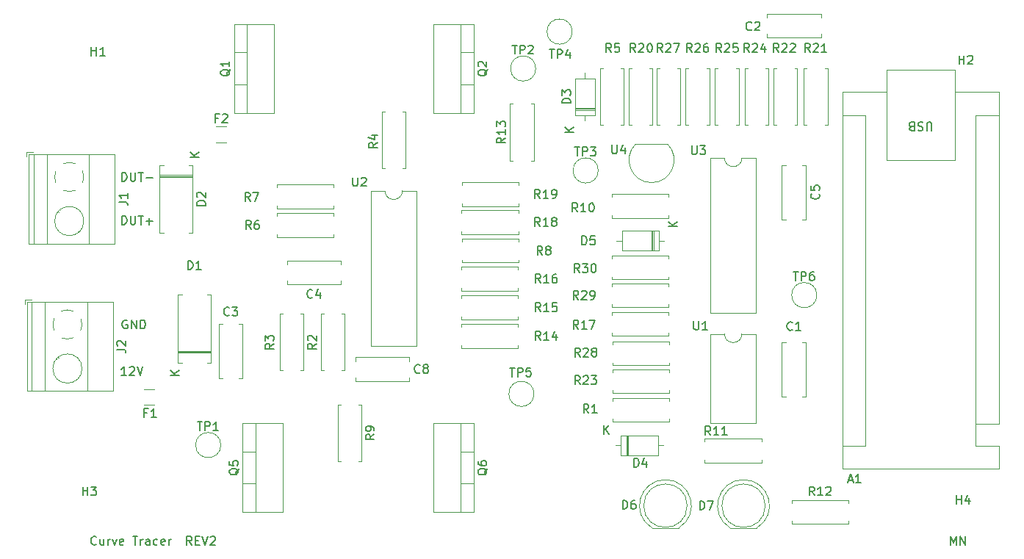
<source format=gbr>
%TF.GenerationSoftware,KiCad,Pcbnew,7.0.1*%
%TF.CreationDate,2023-08-13T16:19:12-06:00*%
%TF.ProjectId,USB_curve_tracer,5553425f-6375-4727-9665-5f7472616365,2*%
%TF.SameCoordinates,Original*%
%TF.FileFunction,Legend,Top*%
%TF.FilePolarity,Positive*%
%FSLAX46Y46*%
G04 Gerber Fmt 4.6, Leading zero omitted, Abs format (unit mm)*
G04 Created by KiCad (PCBNEW 7.0.1) date 2023-08-13 16:19:12*
%MOMM*%
%LPD*%
G01*
G04 APERTURE LIST*
%ADD10C,0.150000*%
%ADD11C,0.120000*%
G04 APERTURE END LIST*
D10*
X95262073Y-112331071D02*
X94690645Y-112331071D01*
X94976359Y-112331071D02*
X94976359Y-111331071D01*
X94976359Y-111331071D02*
X94881121Y-111473928D01*
X94881121Y-111473928D02*
X94785883Y-111569166D01*
X94785883Y-111569166D02*
X94690645Y-111616785D01*
X95643026Y-111426309D02*
X95690645Y-111378690D01*
X95690645Y-111378690D02*
X95785883Y-111331071D01*
X95785883Y-111331071D02*
X96023978Y-111331071D01*
X96023978Y-111331071D02*
X96119216Y-111378690D01*
X96119216Y-111378690D02*
X96166835Y-111426309D01*
X96166835Y-111426309D02*
X96214454Y-111521547D01*
X96214454Y-111521547D02*
X96214454Y-111616785D01*
X96214454Y-111616785D02*
X96166835Y-111759642D01*
X96166835Y-111759642D02*
X95595407Y-112331071D01*
X95595407Y-112331071D02*
X96214454Y-112331071D01*
X96500169Y-111331071D02*
X96833502Y-112331071D01*
X96833502Y-112331071D02*
X97166835Y-111331071D01*
X190238095Y-131877619D02*
X190238095Y-130877619D01*
X190238095Y-130877619D02*
X190571428Y-131591904D01*
X190571428Y-131591904D02*
X190904761Y-130877619D01*
X190904761Y-130877619D02*
X190904761Y-131877619D01*
X191380952Y-131877619D02*
X191380952Y-130877619D01*
X191380952Y-130877619D02*
X191952380Y-131877619D01*
X191952380Y-131877619D02*
X191952380Y-130877619D01*
X102809523Y-131877619D02*
X102476190Y-131401428D01*
X102238095Y-131877619D02*
X102238095Y-130877619D01*
X102238095Y-130877619D02*
X102619047Y-130877619D01*
X102619047Y-130877619D02*
X102714285Y-130925238D01*
X102714285Y-130925238D02*
X102761904Y-130972857D01*
X102761904Y-130972857D02*
X102809523Y-131068095D01*
X102809523Y-131068095D02*
X102809523Y-131210952D01*
X102809523Y-131210952D02*
X102761904Y-131306190D01*
X102761904Y-131306190D02*
X102714285Y-131353809D01*
X102714285Y-131353809D02*
X102619047Y-131401428D01*
X102619047Y-131401428D02*
X102238095Y-131401428D01*
X103238095Y-131353809D02*
X103571428Y-131353809D01*
X103714285Y-131877619D02*
X103238095Y-131877619D01*
X103238095Y-131877619D02*
X103238095Y-130877619D01*
X103238095Y-130877619D02*
X103714285Y-130877619D01*
X104000000Y-130877619D02*
X104333333Y-131877619D01*
X104333333Y-131877619D02*
X104666666Y-130877619D01*
X104952381Y-130972857D02*
X105000000Y-130925238D01*
X105000000Y-130925238D02*
X105095238Y-130877619D01*
X105095238Y-130877619D02*
X105333333Y-130877619D01*
X105333333Y-130877619D02*
X105428571Y-130925238D01*
X105428571Y-130925238D02*
X105476190Y-130972857D01*
X105476190Y-130972857D02*
X105523809Y-131068095D01*
X105523809Y-131068095D02*
X105523809Y-131163333D01*
X105523809Y-131163333D02*
X105476190Y-131306190D01*
X105476190Y-131306190D02*
X104904762Y-131877619D01*
X104904762Y-131877619D02*
X105523809Y-131877619D01*
X94738264Y-94931071D02*
X94738264Y-93931071D01*
X94738264Y-93931071D02*
X94976359Y-93931071D01*
X94976359Y-93931071D02*
X95119216Y-93978690D01*
X95119216Y-93978690D02*
X95214454Y-94073928D01*
X95214454Y-94073928D02*
X95262073Y-94169166D01*
X95262073Y-94169166D02*
X95309692Y-94359642D01*
X95309692Y-94359642D02*
X95309692Y-94502499D01*
X95309692Y-94502499D02*
X95262073Y-94692975D01*
X95262073Y-94692975D02*
X95214454Y-94788213D01*
X95214454Y-94788213D02*
X95119216Y-94883452D01*
X95119216Y-94883452D02*
X94976359Y-94931071D01*
X94976359Y-94931071D02*
X94738264Y-94931071D01*
X95738264Y-93931071D02*
X95738264Y-94740594D01*
X95738264Y-94740594D02*
X95785883Y-94835832D01*
X95785883Y-94835832D02*
X95833502Y-94883452D01*
X95833502Y-94883452D02*
X95928740Y-94931071D01*
X95928740Y-94931071D02*
X96119216Y-94931071D01*
X96119216Y-94931071D02*
X96214454Y-94883452D01*
X96214454Y-94883452D02*
X96262073Y-94835832D01*
X96262073Y-94835832D02*
X96309692Y-94740594D01*
X96309692Y-94740594D02*
X96309692Y-93931071D01*
X96643026Y-93931071D02*
X97214454Y-93931071D01*
X96928740Y-94931071D02*
X96928740Y-93931071D01*
X97547788Y-94550118D02*
X98309693Y-94550118D01*
X97928740Y-94931071D02*
X97928740Y-94169166D01*
X94738264Y-89931071D02*
X94738264Y-88931071D01*
X94738264Y-88931071D02*
X94976359Y-88931071D01*
X94976359Y-88931071D02*
X95119216Y-88978690D01*
X95119216Y-88978690D02*
X95214454Y-89073928D01*
X95214454Y-89073928D02*
X95262073Y-89169166D01*
X95262073Y-89169166D02*
X95309692Y-89359642D01*
X95309692Y-89359642D02*
X95309692Y-89502499D01*
X95309692Y-89502499D02*
X95262073Y-89692975D01*
X95262073Y-89692975D02*
X95214454Y-89788213D01*
X95214454Y-89788213D02*
X95119216Y-89883452D01*
X95119216Y-89883452D02*
X94976359Y-89931071D01*
X94976359Y-89931071D02*
X94738264Y-89931071D01*
X95738264Y-88931071D02*
X95738264Y-89740594D01*
X95738264Y-89740594D02*
X95785883Y-89835832D01*
X95785883Y-89835832D02*
X95833502Y-89883452D01*
X95833502Y-89883452D02*
X95928740Y-89931071D01*
X95928740Y-89931071D02*
X96119216Y-89931071D01*
X96119216Y-89931071D02*
X96214454Y-89883452D01*
X96214454Y-89883452D02*
X96262073Y-89835832D01*
X96262073Y-89835832D02*
X96309692Y-89740594D01*
X96309692Y-89740594D02*
X96309692Y-88931071D01*
X96643026Y-88931071D02*
X97214454Y-88931071D01*
X96928740Y-89931071D02*
X96928740Y-88931071D01*
X97547788Y-89550118D02*
X98309693Y-89550118D01*
X91809523Y-131782380D02*
X91761904Y-131830000D01*
X91761904Y-131830000D02*
X91619047Y-131877619D01*
X91619047Y-131877619D02*
X91523809Y-131877619D01*
X91523809Y-131877619D02*
X91380952Y-131830000D01*
X91380952Y-131830000D02*
X91285714Y-131734761D01*
X91285714Y-131734761D02*
X91238095Y-131639523D01*
X91238095Y-131639523D02*
X91190476Y-131449047D01*
X91190476Y-131449047D02*
X91190476Y-131306190D01*
X91190476Y-131306190D02*
X91238095Y-131115714D01*
X91238095Y-131115714D02*
X91285714Y-131020476D01*
X91285714Y-131020476D02*
X91380952Y-130925238D01*
X91380952Y-130925238D02*
X91523809Y-130877619D01*
X91523809Y-130877619D02*
X91619047Y-130877619D01*
X91619047Y-130877619D02*
X91761904Y-130925238D01*
X91761904Y-130925238D02*
X91809523Y-130972857D01*
X92666666Y-131210952D02*
X92666666Y-131877619D01*
X92238095Y-131210952D02*
X92238095Y-131734761D01*
X92238095Y-131734761D02*
X92285714Y-131830000D01*
X92285714Y-131830000D02*
X92380952Y-131877619D01*
X92380952Y-131877619D02*
X92523809Y-131877619D01*
X92523809Y-131877619D02*
X92619047Y-131830000D01*
X92619047Y-131830000D02*
X92666666Y-131782380D01*
X93142857Y-131877619D02*
X93142857Y-131210952D01*
X93142857Y-131401428D02*
X93190476Y-131306190D01*
X93190476Y-131306190D02*
X93238095Y-131258571D01*
X93238095Y-131258571D02*
X93333333Y-131210952D01*
X93333333Y-131210952D02*
X93428571Y-131210952D01*
X93666667Y-131210952D02*
X93904762Y-131877619D01*
X93904762Y-131877619D02*
X94142857Y-131210952D01*
X94904762Y-131830000D02*
X94809524Y-131877619D01*
X94809524Y-131877619D02*
X94619048Y-131877619D01*
X94619048Y-131877619D02*
X94523810Y-131830000D01*
X94523810Y-131830000D02*
X94476191Y-131734761D01*
X94476191Y-131734761D02*
X94476191Y-131353809D01*
X94476191Y-131353809D02*
X94523810Y-131258571D01*
X94523810Y-131258571D02*
X94619048Y-131210952D01*
X94619048Y-131210952D02*
X94809524Y-131210952D01*
X94809524Y-131210952D02*
X94904762Y-131258571D01*
X94904762Y-131258571D02*
X94952381Y-131353809D01*
X94952381Y-131353809D02*
X94952381Y-131449047D01*
X94952381Y-131449047D02*
X94476191Y-131544285D01*
X96000001Y-130877619D02*
X96571429Y-130877619D01*
X96285715Y-131877619D02*
X96285715Y-130877619D01*
X96904763Y-131877619D02*
X96904763Y-131210952D01*
X96904763Y-131401428D02*
X96952382Y-131306190D01*
X96952382Y-131306190D02*
X97000001Y-131258571D01*
X97000001Y-131258571D02*
X97095239Y-131210952D01*
X97095239Y-131210952D02*
X97190477Y-131210952D01*
X97952382Y-131877619D02*
X97952382Y-131353809D01*
X97952382Y-131353809D02*
X97904763Y-131258571D01*
X97904763Y-131258571D02*
X97809525Y-131210952D01*
X97809525Y-131210952D02*
X97619049Y-131210952D01*
X97619049Y-131210952D02*
X97523811Y-131258571D01*
X97952382Y-131830000D02*
X97857144Y-131877619D01*
X97857144Y-131877619D02*
X97619049Y-131877619D01*
X97619049Y-131877619D02*
X97523811Y-131830000D01*
X97523811Y-131830000D02*
X97476192Y-131734761D01*
X97476192Y-131734761D02*
X97476192Y-131639523D01*
X97476192Y-131639523D02*
X97523811Y-131544285D01*
X97523811Y-131544285D02*
X97619049Y-131496666D01*
X97619049Y-131496666D02*
X97857144Y-131496666D01*
X97857144Y-131496666D02*
X97952382Y-131449047D01*
X98857144Y-131830000D02*
X98761906Y-131877619D01*
X98761906Y-131877619D02*
X98571430Y-131877619D01*
X98571430Y-131877619D02*
X98476192Y-131830000D01*
X98476192Y-131830000D02*
X98428573Y-131782380D01*
X98428573Y-131782380D02*
X98380954Y-131687142D01*
X98380954Y-131687142D02*
X98380954Y-131401428D01*
X98380954Y-131401428D02*
X98428573Y-131306190D01*
X98428573Y-131306190D02*
X98476192Y-131258571D01*
X98476192Y-131258571D02*
X98571430Y-131210952D01*
X98571430Y-131210952D02*
X98761906Y-131210952D01*
X98761906Y-131210952D02*
X98857144Y-131258571D01*
X99666668Y-131830000D02*
X99571430Y-131877619D01*
X99571430Y-131877619D02*
X99380954Y-131877619D01*
X99380954Y-131877619D02*
X99285716Y-131830000D01*
X99285716Y-131830000D02*
X99238097Y-131734761D01*
X99238097Y-131734761D02*
X99238097Y-131353809D01*
X99238097Y-131353809D02*
X99285716Y-131258571D01*
X99285716Y-131258571D02*
X99380954Y-131210952D01*
X99380954Y-131210952D02*
X99571430Y-131210952D01*
X99571430Y-131210952D02*
X99666668Y-131258571D01*
X99666668Y-131258571D02*
X99714287Y-131353809D01*
X99714287Y-131353809D02*
X99714287Y-131449047D01*
X99714287Y-131449047D02*
X99238097Y-131544285D01*
X100142859Y-131877619D02*
X100142859Y-131210952D01*
X100142859Y-131401428D02*
X100190478Y-131306190D01*
X100190478Y-131306190D02*
X100238097Y-131258571D01*
X100238097Y-131258571D02*
X100333335Y-131210952D01*
X100333335Y-131210952D02*
X100428573Y-131210952D01*
X95362073Y-105978690D02*
X95266835Y-105931071D01*
X95266835Y-105931071D02*
X95123978Y-105931071D01*
X95123978Y-105931071D02*
X94981121Y-105978690D01*
X94981121Y-105978690D02*
X94885883Y-106073928D01*
X94885883Y-106073928D02*
X94838264Y-106169166D01*
X94838264Y-106169166D02*
X94790645Y-106359642D01*
X94790645Y-106359642D02*
X94790645Y-106502499D01*
X94790645Y-106502499D02*
X94838264Y-106692975D01*
X94838264Y-106692975D02*
X94885883Y-106788213D01*
X94885883Y-106788213D02*
X94981121Y-106883452D01*
X94981121Y-106883452D02*
X95123978Y-106931071D01*
X95123978Y-106931071D02*
X95219216Y-106931071D01*
X95219216Y-106931071D02*
X95362073Y-106883452D01*
X95362073Y-106883452D02*
X95409692Y-106835832D01*
X95409692Y-106835832D02*
X95409692Y-106502499D01*
X95409692Y-106502499D02*
X95219216Y-106502499D01*
X95838264Y-106931071D02*
X95838264Y-105931071D01*
X95838264Y-105931071D02*
X96409692Y-106931071D01*
X96409692Y-106931071D02*
X96409692Y-105931071D01*
X96885883Y-106931071D02*
X96885883Y-105931071D01*
X96885883Y-105931071D02*
X97123978Y-105931071D01*
X97123978Y-105931071D02*
X97266835Y-105978690D01*
X97266835Y-105978690D02*
X97362073Y-106073928D01*
X97362073Y-106073928D02*
X97409692Y-106169166D01*
X97409692Y-106169166D02*
X97457311Y-106359642D01*
X97457311Y-106359642D02*
X97457311Y-106502499D01*
X97457311Y-106502499D02*
X97409692Y-106692975D01*
X97409692Y-106692975D02*
X97362073Y-106788213D01*
X97362073Y-106788213D02*
X97266835Y-106883452D01*
X97266835Y-106883452D02*
X97123978Y-106931071D01*
X97123978Y-106931071D02*
X96885883Y-106931071D01*
%TO.C,R25*%
X163849198Y-75062619D02*
X163515865Y-74586428D01*
X163277770Y-75062619D02*
X163277770Y-74062619D01*
X163277770Y-74062619D02*
X163658722Y-74062619D01*
X163658722Y-74062619D02*
X163753960Y-74110238D01*
X163753960Y-74110238D02*
X163801579Y-74157857D01*
X163801579Y-74157857D02*
X163849198Y-74253095D01*
X163849198Y-74253095D02*
X163849198Y-74395952D01*
X163849198Y-74395952D02*
X163801579Y-74491190D01*
X163801579Y-74491190D02*
X163753960Y-74538809D01*
X163753960Y-74538809D02*
X163658722Y-74586428D01*
X163658722Y-74586428D02*
X163277770Y-74586428D01*
X164230151Y-74157857D02*
X164277770Y-74110238D01*
X164277770Y-74110238D02*
X164373008Y-74062619D01*
X164373008Y-74062619D02*
X164611103Y-74062619D01*
X164611103Y-74062619D02*
X164706341Y-74110238D01*
X164706341Y-74110238D02*
X164753960Y-74157857D01*
X164753960Y-74157857D02*
X164801579Y-74253095D01*
X164801579Y-74253095D02*
X164801579Y-74348333D01*
X164801579Y-74348333D02*
X164753960Y-74491190D01*
X164753960Y-74491190D02*
X164182532Y-75062619D01*
X164182532Y-75062619D02*
X164801579Y-75062619D01*
X165706341Y-74062619D02*
X165230151Y-74062619D01*
X165230151Y-74062619D02*
X165182532Y-74538809D01*
X165182532Y-74538809D02*
X165230151Y-74491190D01*
X165230151Y-74491190D02*
X165325389Y-74443571D01*
X165325389Y-74443571D02*
X165563484Y-74443571D01*
X165563484Y-74443571D02*
X165658722Y-74491190D01*
X165658722Y-74491190D02*
X165706341Y-74538809D01*
X165706341Y-74538809D02*
X165753960Y-74634047D01*
X165753960Y-74634047D02*
X165753960Y-74872142D01*
X165753960Y-74872142D02*
X165706341Y-74967380D01*
X165706341Y-74967380D02*
X165658722Y-75015000D01*
X165658722Y-75015000D02*
X165563484Y-75062619D01*
X165563484Y-75062619D02*
X165325389Y-75062619D01*
X165325389Y-75062619D02*
X165230151Y-75015000D01*
X165230151Y-75015000D02*
X165182532Y-74967380D01*
%TO.C,R1*%
X148543333Y-116657619D02*
X148210000Y-116181428D01*
X147971905Y-116657619D02*
X147971905Y-115657619D01*
X147971905Y-115657619D02*
X148352857Y-115657619D01*
X148352857Y-115657619D02*
X148448095Y-115705238D01*
X148448095Y-115705238D02*
X148495714Y-115752857D01*
X148495714Y-115752857D02*
X148543333Y-115848095D01*
X148543333Y-115848095D02*
X148543333Y-115990952D01*
X148543333Y-115990952D02*
X148495714Y-116086190D01*
X148495714Y-116086190D02*
X148448095Y-116133809D01*
X148448095Y-116133809D02*
X148352857Y-116181428D01*
X148352857Y-116181428D02*
X147971905Y-116181428D01*
X149495714Y-116657619D02*
X148924286Y-116657619D01*
X149210000Y-116657619D02*
X149210000Y-115657619D01*
X149210000Y-115657619D02*
X149114762Y-115800476D01*
X149114762Y-115800476D02*
X149019524Y-115895714D01*
X149019524Y-115895714D02*
X148924286Y-115943333D01*
%TO.C,R28*%
X147557142Y-110162619D02*
X147223809Y-109686428D01*
X146985714Y-110162619D02*
X146985714Y-109162619D01*
X146985714Y-109162619D02*
X147366666Y-109162619D01*
X147366666Y-109162619D02*
X147461904Y-109210238D01*
X147461904Y-109210238D02*
X147509523Y-109257857D01*
X147509523Y-109257857D02*
X147557142Y-109353095D01*
X147557142Y-109353095D02*
X147557142Y-109495952D01*
X147557142Y-109495952D02*
X147509523Y-109591190D01*
X147509523Y-109591190D02*
X147461904Y-109638809D01*
X147461904Y-109638809D02*
X147366666Y-109686428D01*
X147366666Y-109686428D02*
X146985714Y-109686428D01*
X147938095Y-109257857D02*
X147985714Y-109210238D01*
X147985714Y-109210238D02*
X148080952Y-109162619D01*
X148080952Y-109162619D02*
X148319047Y-109162619D01*
X148319047Y-109162619D02*
X148414285Y-109210238D01*
X148414285Y-109210238D02*
X148461904Y-109257857D01*
X148461904Y-109257857D02*
X148509523Y-109353095D01*
X148509523Y-109353095D02*
X148509523Y-109448333D01*
X148509523Y-109448333D02*
X148461904Y-109591190D01*
X148461904Y-109591190D02*
X147890476Y-110162619D01*
X147890476Y-110162619D02*
X148509523Y-110162619D01*
X149080952Y-109591190D02*
X148985714Y-109543571D01*
X148985714Y-109543571D02*
X148938095Y-109495952D01*
X148938095Y-109495952D02*
X148890476Y-109400714D01*
X148890476Y-109400714D02*
X148890476Y-109353095D01*
X148890476Y-109353095D02*
X148938095Y-109257857D01*
X148938095Y-109257857D02*
X148985714Y-109210238D01*
X148985714Y-109210238D02*
X149080952Y-109162619D01*
X149080952Y-109162619D02*
X149271428Y-109162619D01*
X149271428Y-109162619D02*
X149366666Y-109210238D01*
X149366666Y-109210238D02*
X149414285Y-109257857D01*
X149414285Y-109257857D02*
X149461904Y-109353095D01*
X149461904Y-109353095D02*
X149461904Y-109400714D01*
X149461904Y-109400714D02*
X149414285Y-109495952D01*
X149414285Y-109495952D02*
X149366666Y-109543571D01*
X149366666Y-109543571D02*
X149271428Y-109591190D01*
X149271428Y-109591190D02*
X149080952Y-109591190D01*
X149080952Y-109591190D02*
X148985714Y-109638809D01*
X148985714Y-109638809D02*
X148938095Y-109686428D01*
X148938095Y-109686428D02*
X148890476Y-109781666D01*
X148890476Y-109781666D02*
X148890476Y-109972142D01*
X148890476Y-109972142D02*
X148938095Y-110067380D01*
X148938095Y-110067380D02*
X148985714Y-110115000D01*
X148985714Y-110115000D02*
X149080952Y-110162619D01*
X149080952Y-110162619D02*
X149271428Y-110162619D01*
X149271428Y-110162619D02*
X149366666Y-110115000D01*
X149366666Y-110115000D02*
X149414285Y-110067380D01*
X149414285Y-110067380D02*
X149461904Y-109972142D01*
X149461904Y-109972142D02*
X149461904Y-109781666D01*
X149461904Y-109781666D02*
X149414285Y-109686428D01*
X149414285Y-109686428D02*
X149366666Y-109638809D01*
X149366666Y-109638809D02*
X149271428Y-109591190D01*
%TO.C,TP1*%
X103435151Y-117667563D02*
X104006579Y-117667563D01*
X103720865Y-118667563D02*
X103720865Y-117667563D01*
X104339913Y-118667563D02*
X104339913Y-117667563D01*
X104339913Y-117667563D02*
X104720865Y-117667563D01*
X104720865Y-117667563D02*
X104816103Y-117715182D01*
X104816103Y-117715182D02*
X104863722Y-117762801D01*
X104863722Y-117762801D02*
X104911341Y-117858039D01*
X104911341Y-117858039D02*
X104911341Y-118000896D01*
X104911341Y-118000896D02*
X104863722Y-118096134D01*
X104863722Y-118096134D02*
X104816103Y-118143753D01*
X104816103Y-118143753D02*
X104720865Y-118191372D01*
X104720865Y-118191372D02*
X104339913Y-118191372D01*
X105863722Y-118667563D02*
X105292294Y-118667563D01*
X105578008Y-118667563D02*
X105578008Y-117667563D01*
X105578008Y-117667563D02*
X105482770Y-117810420D01*
X105482770Y-117810420D02*
X105387532Y-117905658D01*
X105387532Y-117905658D02*
X105292294Y-117953277D01*
%TO.C,D5*%
X147761905Y-97262619D02*
X147761905Y-96262619D01*
X147761905Y-96262619D02*
X148000000Y-96262619D01*
X148000000Y-96262619D02*
X148142857Y-96310238D01*
X148142857Y-96310238D02*
X148238095Y-96405476D01*
X148238095Y-96405476D02*
X148285714Y-96500714D01*
X148285714Y-96500714D02*
X148333333Y-96691190D01*
X148333333Y-96691190D02*
X148333333Y-96834047D01*
X148333333Y-96834047D02*
X148285714Y-97024523D01*
X148285714Y-97024523D02*
X148238095Y-97119761D01*
X148238095Y-97119761D02*
X148142857Y-97215000D01*
X148142857Y-97215000D02*
X148000000Y-97262619D01*
X148000000Y-97262619D02*
X147761905Y-97262619D01*
X149238095Y-96262619D02*
X148761905Y-96262619D01*
X148761905Y-96262619D02*
X148714286Y-96738809D01*
X148714286Y-96738809D02*
X148761905Y-96691190D01*
X148761905Y-96691190D02*
X148857143Y-96643571D01*
X148857143Y-96643571D02*
X149095238Y-96643571D01*
X149095238Y-96643571D02*
X149190476Y-96691190D01*
X149190476Y-96691190D02*
X149238095Y-96738809D01*
X149238095Y-96738809D02*
X149285714Y-96834047D01*
X149285714Y-96834047D02*
X149285714Y-97072142D01*
X149285714Y-97072142D02*
X149238095Y-97167380D01*
X149238095Y-97167380D02*
X149190476Y-97215000D01*
X149190476Y-97215000D02*
X149095238Y-97262619D01*
X149095238Y-97262619D02*
X148857143Y-97262619D01*
X148857143Y-97262619D02*
X148761905Y-97215000D01*
X148761905Y-97215000D02*
X148714286Y-97167380D01*
X158772619Y-95161904D02*
X157772619Y-95161904D01*
X158772619Y-94590476D02*
X158201190Y-95019047D01*
X157772619Y-94590476D02*
X158344047Y-95161904D01*
%TO.C,D2*%
X104379675Y-92736038D02*
X103379675Y-92736038D01*
X103379675Y-92736038D02*
X103379675Y-92497943D01*
X103379675Y-92497943D02*
X103427294Y-92355086D01*
X103427294Y-92355086D02*
X103522532Y-92259848D01*
X103522532Y-92259848D02*
X103617770Y-92212229D01*
X103617770Y-92212229D02*
X103808246Y-92164610D01*
X103808246Y-92164610D02*
X103951103Y-92164610D01*
X103951103Y-92164610D02*
X104141579Y-92212229D01*
X104141579Y-92212229D02*
X104236817Y-92259848D01*
X104236817Y-92259848D02*
X104332056Y-92355086D01*
X104332056Y-92355086D02*
X104379675Y-92497943D01*
X104379675Y-92497943D02*
X104379675Y-92736038D01*
X103474913Y-91783657D02*
X103427294Y-91736038D01*
X103427294Y-91736038D02*
X103379675Y-91640800D01*
X103379675Y-91640800D02*
X103379675Y-91402705D01*
X103379675Y-91402705D02*
X103427294Y-91307467D01*
X103427294Y-91307467D02*
X103474913Y-91259848D01*
X103474913Y-91259848D02*
X103570151Y-91212229D01*
X103570151Y-91212229D02*
X103665389Y-91212229D01*
X103665389Y-91212229D02*
X103808246Y-91259848D01*
X103808246Y-91259848D02*
X104379675Y-91831276D01*
X104379675Y-91831276D02*
X104379675Y-91212229D01*
X103659675Y-87179848D02*
X102659675Y-87179848D01*
X103659675Y-86608420D02*
X103088246Y-87036991D01*
X102659675Y-86608420D02*
X103231103Y-87179848D01*
%TO.C,R12*%
X174564198Y-126160563D02*
X174230865Y-125684372D01*
X173992770Y-126160563D02*
X173992770Y-125160563D01*
X173992770Y-125160563D02*
X174373722Y-125160563D01*
X174373722Y-125160563D02*
X174468960Y-125208182D01*
X174468960Y-125208182D02*
X174516579Y-125255801D01*
X174516579Y-125255801D02*
X174564198Y-125351039D01*
X174564198Y-125351039D02*
X174564198Y-125493896D01*
X174564198Y-125493896D02*
X174516579Y-125589134D01*
X174516579Y-125589134D02*
X174468960Y-125636753D01*
X174468960Y-125636753D02*
X174373722Y-125684372D01*
X174373722Y-125684372D02*
X173992770Y-125684372D01*
X175516579Y-126160563D02*
X174945151Y-126160563D01*
X175230865Y-126160563D02*
X175230865Y-125160563D01*
X175230865Y-125160563D02*
X175135627Y-125303420D01*
X175135627Y-125303420D02*
X175040389Y-125398658D01*
X175040389Y-125398658D02*
X174945151Y-125446277D01*
X175897532Y-125255801D02*
X175945151Y-125208182D01*
X175945151Y-125208182D02*
X176040389Y-125160563D01*
X176040389Y-125160563D02*
X176278484Y-125160563D01*
X176278484Y-125160563D02*
X176373722Y-125208182D01*
X176373722Y-125208182D02*
X176421341Y-125255801D01*
X176421341Y-125255801D02*
X176468960Y-125351039D01*
X176468960Y-125351039D02*
X176468960Y-125446277D01*
X176468960Y-125446277D02*
X176421341Y-125589134D01*
X176421341Y-125589134D02*
X175849913Y-126160563D01*
X175849913Y-126160563D02*
X176468960Y-126160563D01*
%TO.C,D3*%
X146469675Y-80946038D02*
X145469675Y-80946038D01*
X145469675Y-80946038D02*
X145469675Y-80707943D01*
X145469675Y-80707943D02*
X145517294Y-80565086D01*
X145517294Y-80565086D02*
X145612532Y-80469848D01*
X145612532Y-80469848D02*
X145707770Y-80422229D01*
X145707770Y-80422229D02*
X145898246Y-80374610D01*
X145898246Y-80374610D02*
X146041103Y-80374610D01*
X146041103Y-80374610D02*
X146231579Y-80422229D01*
X146231579Y-80422229D02*
X146326817Y-80469848D01*
X146326817Y-80469848D02*
X146422056Y-80565086D01*
X146422056Y-80565086D02*
X146469675Y-80707943D01*
X146469675Y-80707943D02*
X146469675Y-80946038D01*
X145469675Y-80041276D02*
X145469675Y-79422229D01*
X145469675Y-79422229D02*
X145850627Y-79755562D01*
X145850627Y-79755562D02*
X145850627Y-79612705D01*
X145850627Y-79612705D02*
X145898246Y-79517467D01*
X145898246Y-79517467D02*
X145945865Y-79469848D01*
X145945865Y-79469848D02*
X146041103Y-79422229D01*
X146041103Y-79422229D02*
X146279198Y-79422229D01*
X146279198Y-79422229D02*
X146374436Y-79469848D01*
X146374436Y-79469848D02*
X146422056Y-79517467D01*
X146422056Y-79517467D02*
X146469675Y-79612705D01*
X146469675Y-79612705D02*
X146469675Y-79898419D01*
X146469675Y-79898419D02*
X146422056Y-79993657D01*
X146422056Y-79993657D02*
X146374436Y-80041276D01*
X146789675Y-84279848D02*
X145789675Y-84279848D01*
X146789675Y-83708420D02*
X146218246Y-84136991D01*
X145789675Y-83708420D02*
X146361103Y-84279848D01*
%TO.C,TP3*%
X146938095Y-86014619D02*
X147509523Y-86014619D01*
X147223809Y-87014619D02*
X147223809Y-86014619D01*
X147842857Y-87014619D02*
X147842857Y-86014619D01*
X147842857Y-86014619D02*
X148223809Y-86014619D01*
X148223809Y-86014619D02*
X148319047Y-86062238D01*
X148319047Y-86062238D02*
X148366666Y-86109857D01*
X148366666Y-86109857D02*
X148414285Y-86205095D01*
X148414285Y-86205095D02*
X148414285Y-86347952D01*
X148414285Y-86347952D02*
X148366666Y-86443190D01*
X148366666Y-86443190D02*
X148319047Y-86490809D01*
X148319047Y-86490809D02*
X148223809Y-86538428D01*
X148223809Y-86538428D02*
X147842857Y-86538428D01*
X148747619Y-86014619D02*
X149366666Y-86014619D01*
X149366666Y-86014619D02*
X149033333Y-86395571D01*
X149033333Y-86395571D02*
X149176190Y-86395571D01*
X149176190Y-86395571D02*
X149271428Y-86443190D01*
X149271428Y-86443190D02*
X149319047Y-86490809D01*
X149319047Y-86490809D02*
X149366666Y-86586047D01*
X149366666Y-86586047D02*
X149366666Y-86824142D01*
X149366666Y-86824142D02*
X149319047Y-86919380D01*
X149319047Y-86919380D02*
X149271428Y-86967000D01*
X149271428Y-86967000D02*
X149176190Y-87014619D01*
X149176190Y-87014619D02*
X148890476Y-87014619D01*
X148890476Y-87014619D02*
X148795238Y-86967000D01*
X148795238Y-86967000D02*
X148747619Y-86919380D01*
%TO.C,Q5*%
X108229913Y-123048182D02*
X108182294Y-123143420D01*
X108182294Y-123143420D02*
X108087056Y-123238658D01*
X108087056Y-123238658D02*
X107944198Y-123381515D01*
X107944198Y-123381515D02*
X107896579Y-123476753D01*
X107896579Y-123476753D02*
X107896579Y-123571991D01*
X108134675Y-123524372D02*
X108087056Y-123619610D01*
X108087056Y-123619610D02*
X107991817Y-123714848D01*
X107991817Y-123714848D02*
X107801341Y-123762467D01*
X107801341Y-123762467D02*
X107468008Y-123762467D01*
X107468008Y-123762467D02*
X107277532Y-123714848D01*
X107277532Y-123714848D02*
X107182294Y-123619610D01*
X107182294Y-123619610D02*
X107134675Y-123524372D01*
X107134675Y-123524372D02*
X107134675Y-123333896D01*
X107134675Y-123333896D02*
X107182294Y-123238658D01*
X107182294Y-123238658D02*
X107277532Y-123143420D01*
X107277532Y-123143420D02*
X107468008Y-123095801D01*
X107468008Y-123095801D02*
X107801341Y-123095801D01*
X107801341Y-123095801D02*
X107991817Y-123143420D01*
X107991817Y-123143420D02*
X108087056Y-123238658D01*
X108087056Y-123238658D02*
X108134675Y-123333896D01*
X108134675Y-123333896D02*
X108134675Y-123524372D01*
X107134675Y-122191039D02*
X107134675Y-122667229D01*
X107134675Y-122667229D02*
X107610865Y-122714848D01*
X107610865Y-122714848D02*
X107563246Y-122667229D01*
X107563246Y-122667229D02*
X107515627Y-122571991D01*
X107515627Y-122571991D02*
X107515627Y-122333896D01*
X107515627Y-122333896D02*
X107563246Y-122238658D01*
X107563246Y-122238658D02*
X107610865Y-122191039D01*
X107610865Y-122191039D02*
X107706103Y-122143420D01*
X107706103Y-122143420D02*
X107944198Y-122143420D01*
X107944198Y-122143420D02*
X108039436Y-122191039D01*
X108039436Y-122191039D02*
X108087056Y-122238658D01*
X108087056Y-122238658D02*
X108134675Y-122333896D01*
X108134675Y-122333896D02*
X108134675Y-122571991D01*
X108134675Y-122571991D02*
X108087056Y-122667229D01*
X108087056Y-122667229D02*
X108039436Y-122714848D01*
%TO.C,R20*%
X153957142Y-75062619D02*
X153623809Y-74586428D01*
X153385714Y-75062619D02*
X153385714Y-74062619D01*
X153385714Y-74062619D02*
X153766666Y-74062619D01*
X153766666Y-74062619D02*
X153861904Y-74110238D01*
X153861904Y-74110238D02*
X153909523Y-74157857D01*
X153909523Y-74157857D02*
X153957142Y-74253095D01*
X153957142Y-74253095D02*
X153957142Y-74395952D01*
X153957142Y-74395952D02*
X153909523Y-74491190D01*
X153909523Y-74491190D02*
X153861904Y-74538809D01*
X153861904Y-74538809D02*
X153766666Y-74586428D01*
X153766666Y-74586428D02*
X153385714Y-74586428D01*
X154338095Y-74157857D02*
X154385714Y-74110238D01*
X154385714Y-74110238D02*
X154480952Y-74062619D01*
X154480952Y-74062619D02*
X154719047Y-74062619D01*
X154719047Y-74062619D02*
X154814285Y-74110238D01*
X154814285Y-74110238D02*
X154861904Y-74157857D01*
X154861904Y-74157857D02*
X154909523Y-74253095D01*
X154909523Y-74253095D02*
X154909523Y-74348333D01*
X154909523Y-74348333D02*
X154861904Y-74491190D01*
X154861904Y-74491190D02*
X154290476Y-75062619D01*
X154290476Y-75062619D02*
X154909523Y-75062619D01*
X155528571Y-74062619D02*
X155623809Y-74062619D01*
X155623809Y-74062619D02*
X155719047Y-74110238D01*
X155719047Y-74110238D02*
X155766666Y-74157857D01*
X155766666Y-74157857D02*
X155814285Y-74253095D01*
X155814285Y-74253095D02*
X155861904Y-74443571D01*
X155861904Y-74443571D02*
X155861904Y-74681666D01*
X155861904Y-74681666D02*
X155814285Y-74872142D01*
X155814285Y-74872142D02*
X155766666Y-74967380D01*
X155766666Y-74967380D02*
X155719047Y-75015000D01*
X155719047Y-75015000D02*
X155623809Y-75062619D01*
X155623809Y-75062619D02*
X155528571Y-75062619D01*
X155528571Y-75062619D02*
X155433333Y-75015000D01*
X155433333Y-75015000D02*
X155385714Y-74967380D01*
X155385714Y-74967380D02*
X155338095Y-74872142D01*
X155338095Y-74872142D02*
X155290476Y-74681666D01*
X155290476Y-74681666D02*
X155290476Y-74443571D01*
X155290476Y-74443571D02*
X155338095Y-74253095D01*
X155338095Y-74253095D02*
X155385714Y-74157857D01*
X155385714Y-74157857D02*
X155433333Y-74110238D01*
X155433333Y-74110238D02*
X155528571Y-74062619D01*
%TO.C,U1*%
X160665151Y-106070563D02*
X160665151Y-106880086D01*
X160665151Y-106880086D02*
X160712770Y-106975324D01*
X160712770Y-106975324D02*
X160760389Y-107022944D01*
X160760389Y-107022944D02*
X160855627Y-107070563D01*
X160855627Y-107070563D02*
X161046103Y-107070563D01*
X161046103Y-107070563D02*
X161141341Y-107022944D01*
X161141341Y-107022944D02*
X161188960Y-106975324D01*
X161188960Y-106975324D02*
X161236579Y-106880086D01*
X161236579Y-106880086D02*
X161236579Y-106070563D01*
X162236579Y-107070563D02*
X161665151Y-107070563D01*
X161950865Y-107070563D02*
X161950865Y-106070563D01*
X161950865Y-106070563D02*
X161855627Y-106213420D01*
X161855627Y-106213420D02*
X161760389Y-106308658D01*
X161760389Y-106308658D02*
X161665151Y-106356277D01*
%TO.C,D4*%
X153761905Y-122862619D02*
X153761905Y-121862619D01*
X153761905Y-121862619D02*
X154000000Y-121862619D01*
X154000000Y-121862619D02*
X154142857Y-121910238D01*
X154142857Y-121910238D02*
X154238095Y-122005476D01*
X154238095Y-122005476D02*
X154285714Y-122100714D01*
X154285714Y-122100714D02*
X154333333Y-122291190D01*
X154333333Y-122291190D02*
X154333333Y-122434047D01*
X154333333Y-122434047D02*
X154285714Y-122624523D01*
X154285714Y-122624523D02*
X154238095Y-122719761D01*
X154238095Y-122719761D02*
X154142857Y-122815000D01*
X154142857Y-122815000D02*
X154000000Y-122862619D01*
X154000000Y-122862619D02*
X153761905Y-122862619D01*
X155190476Y-122195952D02*
X155190476Y-122862619D01*
X154952381Y-121815000D02*
X154714286Y-122529285D01*
X154714286Y-122529285D02*
X155333333Y-122529285D01*
X150328095Y-119062619D02*
X150328095Y-118062619D01*
X150899523Y-119062619D02*
X150470952Y-118491190D01*
X150899523Y-118062619D02*
X150328095Y-118634047D01*
%TO.C,H2*%
X191238095Y-76462619D02*
X191238095Y-75462619D01*
X191238095Y-75938809D02*
X191809523Y-75938809D01*
X191809523Y-76462619D02*
X191809523Y-75462619D01*
X192238095Y-75557857D02*
X192285714Y-75510238D01*
X192285714Y-75510238D02*
X192380952Y-75462619D01*
X192380952Y-75462619D02*
X192619047Y-75462619D01*
X192619047Y-75462619D02*
X192714285Y-75510238D01*
X192714285Y-75510238D02*
X192761904Y-75557857D01*
X192761904Y-75557857D02*
X192809523Y-75653095D01*
X192809523Y-75653095D02*
X192809523Y-75748333D01*
X192809523Y-75748333D02*
X192761904Y-75891190D01*
X192761904Y-75891190D02*
X192190476Y-76462619D01*
X192190476Y-76462619D02*
X192809523Y-76462619D01*
%TO.C,R14*%
X143014198Y-108260563D02*
X142680865Y-107784372D01*
X142442770Y-108260563D02*
X142442770Y-107260563D01*
X142442770Y-107260563D02*
X142823722Y-107260563D01*
X142823722Y-107260563D02*
X142918960Y-107308182D01*
X142918960Y-107308182D02*
X142966579Y-107355801D01*
X142966579Y-107355801D02*
X143014198Y-107451039D01*
X143014198Y-107451039D02*
X143014198Y-107593896D01*
X143014198Y-107593896D02*
X142966579Y-107689134D01*
X142966579Y-107689134D02*
X142918960Y-107736753D01*
X142918960Y-107736753D02*
X142823722Y-107784372D01*
X142823722Y-107784372D02*
X142442770Y-107784372D01*
X143966579Y-108260563D02*
X143395151Y-108260563D01*
X143680865Y-108260563D02*
X143680865Y-107260563D01*
X143680865Y-107260563D02*
X143585627Y-107403420D01*
X143585627Y-107403420D02*
X143490389Y-107498658D01*
X143490389Y-107498658D02*
X143395151Y-107546277D01*
X144823722Y-107593896D02*
X144823722Y-108260563D01*
X144585627Y-107212944D02*
X144347532Y-107927229D01*
X144347532Y-107927229D02*
X144966579Y-107927229D01*
%TO.C,R22*%
X170457142Y-75062619D02*
X170123809Y-74586428D01*
X169885714Y-75062619D02*
X169885714Y-74062619D01*
X169885714Y-74062619D02*
X170266666Y-74062619D01*
X170266666Y-74062619D02*
X170361904Y-74110238D01*
X170361904Y-74110238D02*
X170409523Y-74157857D01*
X170409523Y-74157857D02*
X170457142Y-74253095D01*
X170457142Y-74253095D02*
X170457142Y-74395952D01*
X170457142Y-74395952D02*
X170409523Y-74491190D01*
X170409523Y-74491190D02*
X170361904Y-74538809D01*
X170361904Y-74538809D02*
X170266666Y-74586428D01*
X170266666Y-74586428D02*
X169885714Y-74586428D01*
X170838095Y-74157857D02*
X170885714Y-74110238D01*
X170885714Y-74110238D02*
X170980952Y-74062619D01*
X170980952Y-74062619D02*
X171219047Y-74062619D01*
X171219047Y-74062619D02*
X171314285Y-74110238D01*
X171314285Y-74110238D02*
X171361904Y-74157857D01*
X171361904Y-74157857D02*
X171409523Y-74253095D01*
X171409523Y-74253095D02*
X171409523Y-74348333D01*
X171409523Y-74348333D02*
X171361904Y-74491190D01*
X171361904Y-74491190D02*
X170790476Y-75062619D01*
X170790476Y-75062619D02*
X171409523Y-75062619D01*
X171790476Y-74157857D02*
X171838095Y-74110238D01*
X171838095Y-74110238D02*
X171933333Y-74062619D01*
X171933333Y-74062619D02*
X172171428Y-74062619D01*
X172171428Y-74062619D02*
X172266666Y-74110238D01*
X172266666Y-74110238D02*
X172314285Y-74157857D01*
X172314285Y-74157857D02*
X172361904Y-74253095D01*
X172361904Y-74253095D02*
X172361904Y-74348333D01*
X172361904Y-74348333D02*
X172314285Y-74491190D01*
X172314285Y-74491190D02*
X171742857Y-75062619D01*
X171742857Y-75062619D02*
X172361904Y-75062619D01*
%TO.C,H1*%
X91238095Y-75462619D02*
X91238095Y-74462619D01*
X91238095Y-74938809D02*
X91809523Y-74938809D01*
X91809523Y-75462619D02*
X91809523Y-74462619D01*
X92809523Y-75462619D02*
X92238095Y-75462619D01*
X92523809Y-75462619D02*
X92523809Y-74462619D01*
X92523809Y-74462619D02*
X92428571Y-74605476D01*
X92428571Y-74605476D02*
X92333333Y-74700714D01*
X92333333Y-74700714D02*
X92238095Y-74748333D01*
%TO.C,R27*%
X157057142Y-75062619D02*
X156723809Y-74586428D01*
X156485714Y-75062619D02*
X156485714Y-74062619D01*
X156485714Y-74062619D02*
X156866666Y-74062619D01*
X156866666Y-74062619D02*
X156961904Y-74110238D01*
X156961904Y-74110238D02*
X157009523Y-74157857D01*
X157009523Y-74157857D02*
X157057142Y-74253095D01*
X157057142Y-74253095D02*
X157057142Y-74395952D01*
X157057142Y-74395952D02*
X157009523Y-74491190D01*
X157009523Y-74491190D02*
X156961904Y-74538809D01*
X156961904Y-74538809D02*
X156866666Y-74586428D01*
X156866666Y-74586428D02*
X156485714Y-74586428D01*
X157438095Y-74157857D02*
X157485714Y-74110238D01*
X157485714Y-74110238D02*
X157580952Y-74062619D01*
X157580952Y-74062619D02*
X157819047Y-74062619D01*
X157819047Y-74062619D02*
X157914285Y-74110238D01*
X157914285Y-74110238D02*
X157961904Y-74157857D01*
X157961904Y-74157857D02*
X158009523Y-74253095D01*
X158009523Y-74253095D02*
X158009523Y-74348333D01*
X158009523Y-74348333D02*
X157961904Y-74491190D01*
X157961904Y-74491190D02*
X157390476Y-75062619D01*
X157390476Y-75062619D02*
X158009523Y-75062619D01*
X158342857Y-74062619D02*
X159009523Y-74062619D01*
X159009523Y-74062619D02*
X158580952Y-75062619D01*
%TO.C,Q1*%
X107229913Y-77048182D02*
X107182294Y-77143420D01*
X107182294Y-77143420D02*
X107087056Y-77238658D01*
X107087056Y-77238658D02*
X106944198Y-77381515D01*
X106944198Y-77381515D02*
X106896579Y-77476753D01*
X106896579Y-77476753D02*
X106896579Y-77571991D01*
X107134675Y-77524372D02*
X107087056Y-77619610D01*
X107087056Y-77619610D02*
X106991817Y-77714848D01*
X106991817Y-77714848D02*
X106801341Y-77762467D01*
X106801341Y-77762467D02*
X106468008Y-77762467D01*
X106468008Y-77762467D02*
X106277532Y-77714848D01*
X106277532Y-77714848D02*
X106182294Y-77619610D01*
X106182294Y-77619610D02*
X106134675Y-77524372D01*
X106134675Y-77524372D02*
X106134675Y-77333896D01*
X106134675Y-77333896D02*
X106182294Y-77238658D01*
X106182294Y-77238658D02*
X106277532Y-77143420D01*
X106277532Y-77143420D02*
X106468008Y-77095801D01*
X106468008Y-77095801D02*
X106801341Y-77095801D01*
X106801341Y-77095801D02*
X106991817Y-77143420D01*
X106991817Y-77143420D02*
X107087056Y-77238658D01*
X107087056Y-77238658D02*
X107134675Y-77333896D01*
X107134675Y-77333896D02*
X107134675Y-77524372D01*
X107134675Y-76143420D02*
X107134675Y-76714848D01*
X107134675Y-76429134D02*
X106134675Y-76429134D01*
X106134675Y-76429134D02*
X106277532Y-76524372D01*
X106277532Y-76524372D02*
X106372770Y-76619610D01*
X106372770Y-76619610D02*
X106420389Y-76714848D01*
%TO.C,R2*%
X117159675Y-108664610D02*
X116683484Y-108997943D01*
X117159675Y-109236038D02*
X116159675Y-109236038D01*
X116159675Y-109236038D02*
X116159675Y-108855086D01*
X116159675Y-108855086D02*
X116207294Y-108759848D01*
X116207294Y-108759848D02*
X116254913Y-108712229D01*
X116254913Y-108712229D02*
X116350151Y-108664610D01*
X116350151Y-108664610D02*
X116493008Y-108664610D01*
X116493008Y-108664610D02*
X116588246Y-108712229D01*
X116588246Y-108712229D02*
X116635865Y-108759848D01*
X116635865Y-108759848D02*
X116683484Y-108855086D01*
X116683484Y-108855086D02*
X116683484Y-109236038D01*
X116254913Y-108283657D02*
X116207294Y-108236038D01*
X116207294Y-108236038D02*
X116159675Y-108140800D01*
X116159675Y-108140800D02*
X116159675Y-107902705D01*
X116159675Y-107902705D02*
X116207294Y-107807467D01*
X116207294Y-107807467D02*
X116254913Y-107759848D01*
X116254913Y-107759848D02*
X116350151Y-107712229D01*
X116350151Y-107712229D02*
X116445389Y-107712229D01*
X116445389Y-107712229D02*
X116588246Y-107759848D01*
X116588246Y-107759848D02*
X117159675Y-108331276D01*
X117159675Y-108331276D02*
X117159675Y-107712229D01*
%TO.C,R11*%
X162587142Y-119202619D02*
X162253809Y-118726428D01*
X162015714Y-119202619D02*
X162015714Y-118202619D01*
X162015714Y-118202619D02*
X162396666Y-118202619D01*
X162396666Y-118202619D02*
X162491904Y-118250238D01*
X162491904Y-118250238D02*
X162539523Y-118297857D01*
X162539523Y-118297857D02*
X162587142Y-118393095D01*
X162587142Y-118393095D02*
X162587142Y-118535952D01*
X162587142Y-118535952D02*
X162539523Y-118631190D01*
X162539523Y-118631190D02*
X162491904Y-118678809D01*
X162491904Y-118678809D02*
X162396666Y-118726428D01*
X162396666Y-118726428D02*
X162015714Y-118726428D01*
X163539523Y-119202619D02*
X162968095Y-119202619D01*
X163253809Y-119202619D02*
X163253809Y-118202619D01*
X163253809Y-118202619D02*
X163158571Y-118345476D01*
X163158571Y-118345476D02*
X163063333Y-118440714D01*
X163063333Y-118440714D02*
X162968095Y-118488333D01*
X164491904Y-119202619D02*
X163920476Y-119202619D01*
X164206190Y-119202619D02*
X164206190Y-118202619D01*
X164206190Y-118202619D02*
X164110952Y-118345476D01*
X164110952Y-118345476D02*
X164015714Y-118440714D01*
X164015714Y-118440714D02*
X163920476Y-118488333D01*
%TO.C,J2*%
X94192788Y-109326785D02*
X94907073Y-109326785D01*
X94907073Y-109326785D02*
X95049930Y-109374404D01*
X95049930Y-109374404D02*
X95145169Y-109469642D01*
X95145169Y-109469642D02*
X95192788Y-109612499D01*
X95192788Y-109612499D02*
X95192788Y-109707737D01*
X94288026Y-108898213D02*
X94240407Y-108850594D01*
X94240407Y-108850594D02*
X94192788Y-108755356D01*
X94192788Y-108755356D02*
X94192788Y-108517261D01*
X94192788Y-108517261D02*
X94240407Y-108422023D01*
X94240407Y-108422023D02*
X94288026Y-108374404D01*
X94288026Y-108374404D02*
X94383264Y-108326785D01*
X94383264Y-108326785D02*
X94478502Y-108326785D01*
X94478502Y-108326785D02*
X94621359Y-108374404D01*
X94621359Y-108374404D02*
X95192788Y-108945832D01*
X95192788Y-108945832D02*
X95192788Y-108326785D01*
%TO.C,Q2*%
X136879913Y-77048182D02*
X136832294Y-77143420D01*
X136832294Y-77143420D02*
X136737056Y-77238658D01*
X136737056Y-77238658D02*
X136594198Y-77381515D01*
X136594198Y-77381515D02*
X136546579Y-77476753D01*
X136546579Y-77476753D02*
X136546579Y-77571991D01*
X136784675Y-77524372D02*
X136737056Y-77619610D01*
X136737056Y-77619610D02*
X136641817Y-77714848D01*
X136641817Y-77714848D02*
X136451341Y-77762467D01*
X136451341Y-77762467D02*
X136118008Y-77762467D01*
X136118008Y-77762467D02*
X135927532Y-77714848D01*
X135927532Y-77714848D02*
X135832294Y-77619610D01*
X135832294Y-77619610D02*
X135784675Y-77524372D01*
X135784675Y-77524372D02*
X135784675Y-77333896D01*
X135784675Y-77333896D02*
X135832294Y-77238658D01*
X135832294Y-77238658D02*
X135927532Y-77143420D01*
X135927532Y-77143420D02*
X136118008Y-77095801D01*
X136118008Y-77095801D02*
X136451341Y-77095801D01*
X136451341Y-77095801D02*
X136641817Y-77143420D01*
X136641817Y-77143420D02*
X136737056Y-77238658D01*
X136737056Y-77238658D02*
X136784675Y-77333896D01*
X136784675Y-77333896D02*
X136784675Y-77524372D01*
X135879913Y-76714848D02*
X135832294Y-76667229D01*
X135832294Y-76667229D02*
X135784675Y-76571991D01*
X135784675Y-76571991D02*
X135784675Y-76333896D01*
X135784675Y-76333896D02*
X135832294Y-76238658D01*
X135832294Y-76238658D02*
X135879913Y-76191039D01*
X135879913Y-76191039D02*
X135975151Y-76143420D01*
X135975151Y-76143420D02*
X136070389Y-76143420D01*
X136070389Y-76143420D02*
X136213246Y-76191039D01*
X136213246Y-76191039D02*
X136784675Y-76762467D01*
X136784675Y-76762467D02*
X136784675Y-76143420D01*
%TO.C,R5*%
X151160389Y-75062619D02*
X150827056Y-74586428D01*
X150588961Y-75062619D02*
X150588961Y-74062619D01*
X150588961Y-74062619D02*
X150969913Y-74062619D01*
X150969913Y-74062619D02*
X151065151Y-74110238D01*
X151065151Y-74110238D02*
X151112770Y-74157857D01*
X151112770Y-74157857D02*
X151160389Y-74253095D01*
X151160389Y-74253095D02*
X151160389Y-74395952D01*
X151160389Y-74395952D02*
X151112770Y-74491190D01*
X151112770Y-74491190D02*
X151065151Y-74538809D01*
X151065151Y-74538809D02*
X150969913Y-74586428D01*
X150969913Y-74586428D02*
X150588961Y-74586428D01*
X152065151Y-74062619D02*
X151588961Y-74062619D01*
X151588961Y-74062619D02*
X151541342Y-74538809D01*
X151541342Y-74538809D02*
X151588961Y-74491190D01*
X151588961Y-74491190D02*
X151684199Y-74443571D01*
X151684199Y-74443571D02*
X151922294Y-74443571D01*
X151922294Y-74443571D02*
X152017532Y-74491190D01*
X152017532Y-74491190D02*
X152065151Y-74538809D01*
X152065151Y-74538809D02*
X152112770Y-74634047D01*
X152112770Y-74634047D02*
X152112770Y-74872142D01*
X152112770Y-74872142D02*
X152065151Y-74967380D01*
X152065151Y-74967380D02*
X152017532Y-75015000D01*
X152017532Y-75015000D02*
X151922294Y-75062619D01*
X151922294Y-75062619D02*
X151684199Y-75062619D01*
X151684199Y-75062619D02*
X151588961Y-75015000D01*
X151588961Y-75015000D02*
X151541342Y-74967380D01*
%TO.C,C2*%
X167333333Y-72467380D02*
X167285714Y-72515000D01*
X167285714Y-72515000D02*
X167142857Y-72562619D01*
X167142857Y-72562619D02*
X167047619Y-72562619D01*
X167047619Y-72562619D02*
X166904762Y-72515000D01*
X166904762Y-72515000D02*
X166809524Y-72419761D01*
X166809524Y-72419761D02*
X166761905Y-72324523D01*
X166761905Y-72324523D02*
X166714286Y-72134047D01*
X166714286Y-72134047D02*
X166714286Y-71991190D01*
X166714286Y-71991190D02*
X166761905Y-71800714D01*
X166761905Y-71800714D02*
X166809524Y-71705476D01*
X166809524Y-71705476D02*
X166904762Y-71610238D01*
X166904762Y-71610238D02*
X167047619Y-71562619D01*
X167047619Y-71562619D02*
X167142857Y-71562619D01*
X167142857Y-71562619D02*
X167285714Y-71610238D01*
X167285714Y-71610238D02*
X167333333Y-71657857D01*
X167714286Y-71657857D02*
X167761905Y-71610238D01*
X167761905Y-71610238D02*
X167857143Y-71562619D01*
X167857143Y-71562619D02*
X168095238Y-71562619D01*
X168095238Y-71562619D02*
X168190476Y-71610238D01*
X168190476Y-71610238D02*
X168238095Y-71657857D01*
X168238095Y-71657857D02*
X168285714Y-71753095D01*
X168285714Y-71753095D02*
X168285714Y-71848333D01*
X168285714Y-71848333D02*
X168238095Y-71991190D01*
X168238095Y-71991190D02*
X167666667Y-72562619D01*
X167666667Y-72562619D02*
X168285714Y-72562619D01*
%TO.C,J1*%
X94400288Y-92326785D02*
X95114573Y-92326785D01*
X95114573Y-92326785D02*
X95257430Y-92374404D01*
X95257430Y-92374404D02*
X95352669Y-92469642D01*
X95352669Y-92469642D02*
X95400288Y-92612499D01*
X95400288Y-92612499D02*
X95400288Y-92707737D01*
X95400288Y-91326785D02*
X95400288Y-91898213D01*
X95400288Y-91612499D02*
X94400288Y-91612499D01*
X94400288Y-91612499D02*
X94543145Y-91707737D01*
X94543145Y-91707737D02*
X94638383Y-91802975D01*
X94638383Y-91802975D02*
X94686002Y-91898213D01*
%TO.C,U3*%
X160438095Y-85862619D02*
X160438095Y-86672142D01*
X160438095Y-86672142D02*
X160485714Y-86767380D01*
X160485714Y-86767380D02*
X160533333Y-86815000D01*
X160533333Y-86815000D02*
X160628571Y-86862619D01*
X160628571Y-86862619D02*
X160819047Y-86862619D01*
X160819047Y-86862619D02*
X160914285Y-86815000D01*
X160914285Y-86815000D02*
X160961904Y-86767380D01*
X160961904Y-86767380D02*
X161009523Y-86672142D01*
X161009523Y-86672142D02*
X161009523Y-85862619D01*
X161390476Y-85862619D02*
X162009523Y-85862619D01*
X162009523Y-85862619D02*
X161676190Y-86243571D01*
X161676190Y-86243571D02*
X161819047Y-86243571D01*
X161819047Y-86243571D02*
X161914285Y-86291190D01*
X161914285Y-86291190D02*
X161961904Y-86338809D01*
X161961904Y-86338809D02*
X162009523Y-86434047D01*
X162009523Y-86434047D02*
X162009523Y-86672142D01*
X162009523Y-86672142D02*
X161961904Y-86767380D01*
X161961904Y-86767380D02*
X161914285Y-86815000D01*
X161914285Y-86815000D02*
X161819047Y-86862619D01*
X161819047Y-86862619D02*
X161533333Y-86862619D01*
X161533333Y-86862619D02*
X161438095Y-86815000D01*
X161438095Y-86815000D02*
X161390476Y-86767380D01*
%TO.C,C3*%
X107130389Y-105365324D02*
X107082770Y-105412944D01*
X107082770Y-105412944D02*
X106939913Y-105460563D01*
X106939913Y-105460563D02*
X106844675Y-105460563D01*
X106844675Y-105460563D02*
X106701818Y-105412944D01*
X106701818Y-105412944D02*
X106606580Y-105317705D01*
X106606580Y-105317705D02*
X106558961Y-105222467D01*
X106558961Y-105222467D02*
X106511342Y-105031991D01*
X106511342Y-105031991D02*
X106511342Y-104889134D01*
X106511342Y-104889134D02*
X106558961Y-104698658D01*
X106558961Y-104698658D02*
X106606580Y-104603420D01*
X106606580Y-104603420D02*
X106701818Y-104508182D01*
X106701818Y-104508182D02*
X106844675Y-104460563D01*
X106844675Y-104460563D02*
X106939913Y-104460563D01*
X106939913Y-104460563D02*
X107082770Y-104508182D01*
X107082770Y-104508182D02*
X107130389Y-104555801D01*
X107463723Y-104460563D02*
X108082770Y-104460563D01*
X108082770Y-104460563D02*
X107749437Y-104841515D01*
X107749437Y-104841515D02*
X107892294Y-104841515D01*
X107892294Y-104841515D02*
X107987532Y-104889134D01*
X107987532Y-104889134D02*
X108035151Y-104936753D01*
X108035151Y-104936753D02*
X108082770Y-105031991D01*
X108082770Y-105031991D02*
X108082770Y-105270086D01*
X108082770Y-105270086D02*
X108035151Y-105365324D01*
X108035151Y-105365324D02*
X107987532Y-105412944D01*
X107987532Y-105412944D02*
X107892294Y-105460563D01*
X107892294Y-105460563D02*
X107606580Y-105460563D01*
X107606580Y-105460563D02*
X107511342Y-105412944D01*
X107511342Y-105412944D02*
X107463723Y-105365324D01*
%TO.C,D6*%
X152458961Y-127715563D02*
X152458961Y-126715563D01*
X152458961Y-126715563D02*
X152697056Y-126715563D01*
X152697056Y-126715563D02*
X152839913Y-126763182D01*
X152839913Y-126763182D02*
X152935151Y-126858420D01*
X152935151Y-126858420D02*
X152982770Y-126953658D01*
X152982770Y-126953658D02*
X153030389Y-127144134D01*
X153030389Y-127144134D02*
X153030389Y-127286991D01*
X153030389Y-127286991D02*
X152982770Y-127477467D01*
X152982770Y-127477467D02*
X152935151Y-127572705D01*
X152935151Y-127572705D02*
X152839913Y-127667944D01*
X152839913Y-127667944D02*
X152697056Y-127715563D01*
X152697056Y-127715563D02*
X152458961Y-127715563D01*
X153887532Y-126715563D02*
X153697056Y-126715563D01*
X153697056Y-126715563D02*
X153601818Y-126763182D01*
X153601818Y-126763182D02*
X153554199Y-126810801D01*
X153554199Y-126810801D02*
X153458961Y-126953658D01*
X153458961Y-126953658D02*
X153411342Y-127144134D01*
X153411342Y-127144134D02*
X153411342Y-127525086D01*
X153411342Y-127525086D02*
X153458961Y-127620324D01*
X153458961Y-127620324D02*
X153506580Y-127667944D01*
X153506580Y-127667944D02*
X153601818Y-127715563D01*
X153601818Y-127715563D02*
X153792294Y-127715563D01*
X153792294Y-127715563D02*
X153887532Y-127667944D01*
X153887532Y-127667944D02*
X153935151Y-127620324D01*
X153935151Y-127620324D02*
X153982770Y-127525086D01*
X153982770Y-127525086D02*
X153982770Y-127286991D01*
X153982770Y-127286991D02*
X153935151Y-127191753D01*
X153935151Y-127191753D02*
X153887532Y-127144134D01*
X153887532Y-127144134D02*
X153792294Y-127096515D01*
X153792294Y-127096515D02*
X153601818Y-127096515D01*
X153601818Y-127096515D02*
X153506580Y-127144134D01*
X153506580Y-127144134D02*
X153458961Y-127191753D01*
X153458961Y-127191753D02*
X153411342Y-127286991D01*
%TO.C,F1*%
X97666666Y-116638809D02*
X97333333Y-116638809D01*
X97333333Y-117162619D02*
X97333333Y-116162619D01*
X97333333Y-116162619D02*
X97809523Y-116162619D01*
X98714285Y-117162619D02*
X98142857Y-117162619D01*
X98428571Y-117162619D02*
X98428571Y-116162619D01*
X98428571Y-116162619D02*
X98333333Y-116305476D01*
X98333333Y-116305476D02*
X98238095Y-116400714D01*
X98238095Y-116400714D02*
X98142857Y-116448333D01*
%TO.C,C5*%
X175064436Y-91379610D02*
X175112056Y-91427229D01*
X175112056Y-91427229D02*
X175159675Y-91570086D01*
X175159675Y-91570086D02*
X175159675Y-91665324D01*
X175159675Y-91665324D02*
X175112056Y-91808181D01*
X175112056Y-91808181D02*
X175016817Y-91903419D01*
X175016817Y-91903419D02*
X174921579Y-91951038D01*
X174921579Y-91951038D02*
X174731103Y-91998657D01*
X174731103Y-91998657D02*
X174588246Y-91998657D01*
X174588246Y-91998657D02*
X174397770Y-91951038D01*
X174397770Y-91951038D02*
X174302532Y-91903419D01*
X174302532Y-91903419D02*
X174207294Y-91808181D01*
X174207294Y-91808181D02*
X174159675Y-91665324D01*
X174159675Y-91665324D02*
X174159675Y-91570086D01*
X174159675Y-91570086D02*
X174207294Y-91427229D01*
X174207294Y-91427229D02*
X174254913Y-91379610D01*
X174159675Y-90474848D02*
X174159675Y-90951038D01*
X174159675Y-90951038D02*
X174635865Y-90998657D01*
X174635865Y-90998657D02*
X174588246Y-90951038D01*
X174588246Y-90951038D02*
X174540627Y-90855800D01*
X174540627Y-90855800D02*
X174540627Y-90617705D01*
X174540627Y-90617705D02*
X174588246Y-90522467D01*
X174588246Y-90522467D02*
X174635865Y-90474848D01*
X174635865Y-90474848D02*
X174731103Y-90427229D01*
X174731103Y-90427229D02*
X174969198Y-90427229D01*
X174969198Y-90427229D02*
X175064436Y-90474848D01*
X175064436Y-90474848D02*
X175112056Y-90522467D01*
X175112056Y-90522467D02*
X175159675Y-90617705D01*
X175159675Y-90617705D02*
X175159675Y-90855800D01*
X175159675Y-90855800D02*
X175112056Y-90951038D01*
X175112056Y-90951038D02*
X175064436Y-90998657D01*
%TO.C,R17*%
X147357142Y-106962619D02*
X147023809Y-106486428D01*
X146785714Y-106962619D02*
X146785714Y-105962619D01*
X146785714Y-105962619D02*
X147166666Y-105962619D01*
X147166666Y-105962619D02*
X147261904Y-106010238D01*
X147261904Y-106010238D02*
X147309523Y-106057857D01*
X147309523Y-106057857D02*
X147357142Y-106153095D01*
X147357142Y-106153095D02*
X147357142Y-106295952D01*
X147357142Y-106295952D02*
X147309523Y-106391190D01*
X147309523Y-106391190D02*
X147261904Y-106438809D01*
X147261904Y-106438809D02*
X147166666Y-106486428D01*
X147166666Y-106486428D02*
X146785714Y-106486428D01*
X148309523Y-106962619D02*
X147738095Y-106962619D01*
X148023809Y-106962619D02*
X148023809Y-105962619D01*
X148023809Y-105962619D02*
X147928571Y-106105476D01*
X147928571Y-106105476D02*
X147833333Y-106200714D01*
X147833333Y-106200714D02*
X147738095Y-106248333D01*
X148642857Y-105962619D02*
X149309523Y-105962619D01*
X149309523Y-105962619D02*
X148880952Y-106962619D01*
%TO.C,C8*%
X129100389Y-111980324D02*
X129052770Y-112027944D01*
X129052770Y-112027944D02*
X128909913Y-112075563D01*
X128909913Y-112075563D02*
X128814675Y-112075563D01*
X128814675Y-112075563D02*
X128671818Y-112027944D01*
X128671818Y-112027944D02*
X128576580Y-111932705D01*
X128576580Y-111932705D02*
X128528961Y-111837467D01*
X128528961Y-111837467D02*
X128481342Y-111646991D01*
X128481342Y-111646991D02*
X128481342Y-111504134D01*
X128481342Y-111504134D02*
X128528961Y-111313658D01*
X128528961Y-111313658D02*
X128576580Y-111218420D01*
X128576580Y-111218420D02*
X128671818Y-111123182D01*
X128671818Y-111123182D02*
X128814675Y-111075563D01*
X128814675Y-111075563D02*
X128909913Y-111075563D01*
X128909913Y-111075563D02*
X129052770Y-111123182D01*
X129052770Y-111123182D02*
X129100389Y-111170801D01*
X129671818Y-111504134D02*
X129576580Y-111456515D01*
X129576580Y-111456515D02*
X129528961Y-111408896D01*
X129528961Y-111408896D02*
X129481342Y-111313658D01*
X129481342Y-111313658D02*
X129481342Y-111266039D01*
X129481342Y-111266039D02*
X129528961Y-111170801D01*
X129528961Y-111170801D02*
X129576580Y-111123182D01*
X129576580Y-111123182D02*
X129671818Y-111075563D01*
X129671818Y-111075563D02*
X129862294Y-111075563D01*
X129862294Y-111075563D02*
X129957532Y-111123182D01*
X129957532Y-111123182D02*
X130005151Y-111170801D01*
X130005151Y-111170801D02*
X130052770Y-111266039D01*
X130052770Y-111266039D02*
X130052770Y-111313658D01*
X130052770Y-111313658D02*
X130005151Y-111408896D01*
X130005151Y-111408896D02*
X129957532Y-111456515D01*
X129957532Y-111456515D02*
X129862294Y-111504134D01*
X129862294Y-111504134D02*
X129671818Y-111504134D01*
X129671818Y-111504134D02*
X129576580Y-111551753D01*
X129576580Y-111551753D02*
X129528961Y-111599372D01*
X129528961Y-111599372D02*
X129481342Y-111694610D01*
X129481342Y-111694610D02*
X129481342Y-111885086D01*
X129481342Y-111885086D02*
X129528961Y-111980324D01*
X129528961Y-111980324D02*
X129576580Y-112027944D01*
X129576580Y-112027944D02*
X129671818Y-112075563D01*
X129671818Y-112075563D02*
X129862294Y-112075563D01*
X129862294Y-112075563D02*
X129957532Y-112027944D01*
X129957532Y-112027944D02*
X130005151Y-111980324D01*
X130005151Y-111980324D02*
X130052770Y-111885086D01*
X130052770Y-111885086D02*
X130052770Y-111694610D01*
X130052770Y-111694610D02*
X130005151Y-111599372D01*
X130005151Y-111599372D02*
X129957532Y-111551753D01*
X129957532Y-111551753D02*
X129862294Y-111504134D01*
%TO.C,R24*%
X167057142Y-75062619D02*
X166723809Y-74586428D01*
X166485714Y-75062619D02*
X166485714Y-74062619D01*
X166485714Y-74062619D02*
X166866666Y-74062619D01*
X166866666Y-74062619D02*
X166961904Y-74110238D01*
X166961904Y-74110238D02*
X167009523Y-74157857D01*
X167009523Y-74157857D02*
X167057142Y-74253095D01*
X167057142Y-74253095D02*
X167057142Y-74395952D01*
X167057142Y-74395952D02*
X167009523Y-74491190D01*
X167009523Y-74491190D02*
X166961904Y-74538809D01*
X166961904Y-74538809D02*
X166866666Y-74586428D01*
X166866666Y-74586428D02*
X166485714Y-74586428D01*
X167438095Y-74157857D02*
X167485714Y-74110238D01*
X167485714Y-74110238D02*
X167580952Y-74062619D01*
X167580952Y-74062619D02*
X167819047Y-74062619D01*
X167819047Y-74062619D02*
X167914285Y-74110238D01*
X167914285Y-74110238D02*
X167961904Y-74157857D01*
X167961904Y-74157857D02*
X168009523Y-74253095D01*
X168009523Y-74253095D02*
X168009523Y-74348333D01*
X168009523Y-74348333D02*
X167961904Y-74491190D01*
X167961904Y-74491190D02*
X167390476Y-75062619D01*
X167390476Y-75062619D02*
X168009523Y-75062619D01*
X168866666Y-74395952D02*
X168866666Y-75062619D01*
X168628571Y-74015000D02*
X168390476Y-74729285D01*
X168390476Y-74729285D02*
X169009523Y-74729285D01*
%TO.C,R10*%
X147257142Y-93462619D02*
X146923809Y-92986428D01*
X146685714Y-93462619D02*
X146685714Y-92462619D01*
X146685714Y-92462619D02*
X147066666Y-92462619D01*
X147066666Y-92462619D02*
X147161904Y-92510238D01*
X147161904Y-92510238D02*
X147209523Y-92557857D01*
X147209523Y-92557857D02*
X147257142Y-92653095D01*
X147257142Y-92653095D02*
X147257142Y-92795952D01*
X147257142Y-92795952D02*
X147209523Y-92891190D01*
X147209523Y-92891190D02*
X147161904Y-92938809D01*
X147161904Y-92938809D02*
X147066666Y-92986428D01*
X147066666Y-92986428D02*
X146685714Y-92986428D01*
X148209523Y-93462619D02*
X147638095Y-93462619D01*
X147923809Y-93462619D02*
X147923809Y-92462619D01*
X147923809Y-92462619D02*
X147828571Y-92605476D01*
X147828571Y-92605476D02*
X147733333Y-92700714D01*
X147733333Y-92700714D02*
X147638095Y-92748333D01*
X148828571Y-92462619D02*
X148923809Y-92462619D01*
X148923809Y-92462619D02*
X149019047Y-92510238D01*
X149019047Y-92510238D02*
X149066666Y-92557857D01*
X149066666Y-92557857D02*
X149114285Y-92653095D01*
X149114285Y-92653095D02*
X149161904Y-92843571D01*
X149161904Y-92843571D02*
X149161904Y-93081666D01*
X149161904Y-93081666D02*
X149114285Y-93272142D01*
X149114285Y-93272142D02*
X149066666Y-93367380D01*
X149066666Y-93367380D02*
X149019047Y-93415000D01*
X149019047Y-93415000D02*
X148923809Y-93462619D01*
X148923809Y-93462619D02*
X148828571Y-93462619D01*
X148828571Y-93462619D02*
X148733333Y-93415000D01*
X148733333Y-93415000D02*
X148685714Y-93367380D01*
X148685714Y-93367380D02*
X148638095Y-93272142D01*
X148638095Y-93272142D02*
X148590476Y-93081666D01*
X148590476Y-93081666D02*
X148590476Y-92843571D01*
X148590476Y-92843571D02*
X148638095Y-92653095D01*
X148638095Y-92653095D02*
X148685714Y-92557857D01*
X148685714Y-92557857D02*
X148733333Y-92510238D01*
X148733333Y-92510238D02*
X148828571Y-92462619D01*
%TO.C,R4*%
X124189675Y-85509610D02*
X123713484Y-85842943D01*
X124189675Y-86081038D02*
X123189675Y-86081038D01*
X123189675Y-86081038D02*
X123189675Y-85700086D01*
X123189675Y-85700086D02*
X123237294Y-85604848D01*
X123237294Y-85604848D02*
X123284913Y-85557229D01*
X123284913Y-85557229D02*
X123380151Y-85509610D01*
X123380151Y-85509610D02*
X123523008Y-85509610D01*
X123523008Y-85509610D02*
X123618246Y-85557229D01*
X123618246Y-85557229D02*
X123665865Y-85604848D01*
X123665865Y-85604848D02*
X123713484Y-85700086D01*
X123713484Y-85700086D02*
X123713484Y-86081038D01*
X123523008Y-84652467D02*
X124189675Y-84652467D01*
X123142056Y-84890562D02*
X123856341Y-85128657D01*
X123856341Y-85128657D02*
X123856341Y-84509610D01*
%TO.C,R30*%
X147487142Y-100457619D02*
X147153809Y-99981428D01*
X146915714Y-100457619D02*
X146915714Y-99457619D01*
X146915714Y-99457619D02*
X147296666Y-99457619D01*
X147296666Y-99457619D02*
X147391904Y-99505238D01*
X147391904Y-99505238D02*
X147439523Y-99552857D01*
X147439523Y-99552857D02*
X147487142Y-99648095D01*
X147487142Y-99648095D02*
X147487142Y-99790952D01*
X147487142Y-99790952D02*
X147439523Y-99886190D01*
X147439523Y-99886190D02*
X147391904Y-99933809D01*
X147391904Y-99933809D02*
X147296666Y-99981428D01*
X147296666Y-99981428D02*
X146915714Y-99981428D01*
X147820476Y-99457619D02*
X148439523Y-99457619D01*
X148439523Y-99457619D02*
X148106190Y-99838571D01*
X148106190Y-99838571D02*
X148249047Y-99838571D01*
X148249047Y-99838571D02*
X148344285Y-99886190D01*
X148344285Y-99886190D02*
X148391904Y-99933809D01*
X148391904Y-99933809D02*
X148439523Y-100029047D01*
X148439523Y-100029047D02*
X148439523Y-100267142D01*
X148439523Y-100267142D02*
X148391904Y-100362380D01*
X148391904Y-100362380D02*
X148344285Y-100410000D01*
X148344285Y-100410000D02*
X148249047Y-100457619D01*
X148249047Y-100457619D02*
X147963333Y-100457619D01*
X147963333Y-100457619D02*
X147868095Y-100410000D01*
X147868095Y-100410000D02*
X147820476Y-100362380D01*
X149058571Y-99457619D02*
X149153809Y-99457619D01*
X149153809Y-99457619D02*
X149249047Y-99505238D01*
X149249047Y-99505238D02*
X149296666Y-99552857D01*
X149296666Y-99552857D02*
X149344285Y-99648095D01*
X149344285Y-99648095D02*
X149391904Y-99838571D01*
X149391904Y-99838571D02*
X149391904Y-100076666D01*
X149391904Y-100076666D02*
X149344285Y-100267142D01*
X149344285Y-100267142D02*
X149296666Y-100362380D01*
X149296666Y-100362380D02*
X149249047Y-100410000D01*
X149249047Y-100410000D02*
X149153809Y-100457619D01*
X149153809Y-100457619D02*
X149058571Y-100457619D01*
X149058571Y-100457619D02*
X148963333Y-100410000D01*
X148963333Y-100410000D02*
X148915714Y-100362380D01*
X148915714Y-100362380D02*
X148868095Y-100267142D01*
X148868095Y-100267142D02*
X148820476Y-100076666D01*
X148820476Y-100076666D02*
X148820476Y-99838571D01*
X148820476Y-99838571D02*
X148868095Y-99648095D01*
X148868095Y-99648095D02*
X148915714Y-99552857D01*
X148915714Y-99552857D02*
X148963333Y-99505238D01*
X148963333Y-99505238D02*
X149058571Y-99457619D01*
%TO.C,R8*%
X143210389Y-98415563D02*
X142877056Y-97939372D01*
X142638961Y-98415563D02*
X142638961Y-97415563D01*
X142638961Y-97415563D02*
X143019913Y-97415563D01*
X143019913Y-97415563D02*
X143115151Y-97463182D01*
X143115151Y-97463182D02*
X143162770Y-97510801D01*
X143162770Y-97510801D02*
X143210389Y-97606039D01*
X143210389Y-97606039D02*
X143210389Y-97748896D01*
X143210389Y-97748896D02*
X143162770Y-97844134D01*
X143162770Y-97844134D02*
X143115151Y-97891753D01*
X143115151Y-97891753D02*
X143019913Y-97939372D01*
X143019913Y-97939372D02*
X142638961Y-97939372D01*
X143781818Y-97844134D02*
X143686580Y-97796515D01*
X143686580Y-97796515D02*
X143638961Y-97748896D01*
X143638961Y-97748896D02*
X143591342Y-97653658D01*
X143591342Y-97653658D02*
X143591342Y-97606039D01*
X143591342Y-97606039D02*
X143638961Y-97510801D01*
X143638961Y-97510801D02*
X143686580Y-97463182D01*
X143686580Y-97463182D02*
X143781818Y-97415563D01*
X143781818Y-97415563D02*
X143972294Y-97415563D01*
X143972294Y-97415563D02*
X144067532Y-97463182D01*
X144067532Y-97463182D02*
X144115151Y-97510801D01*
X144115151Y-97510801D02*
X144162770Y-97606039D01*
X144162770Y-97606039D02*
X144162770Y-97653658D01*
X144162770Y-97653658D02*
X144115151Y-97748896D01*
X144115151Y-97748896D02*
X144067532Y-97796515D01*
X144067532Y-97796515D02*
X143972294Y-97844134D01*
X143972294Y-97844134D02*
X143781818Y-97844134D01*
X143781818Y-97844134D02*
X143686580Y-97891753D01*
X143686580Y-97891753D02*
X143638961Y-97939372D01*
X143638961Y-97939372D02*
X143591342Y-98034610D01*
X143591342Y-98034610D02*
X143591342Y-98225086D01*
X143591342Y-98225086D02*
X143638961Y-98320324D01*
X143638961Y-98320324D02*
X143686580Y-98367944D01*
X143686580Y-98367944D02*
X143781818Y-98415563D01*
X143781818Y-98415563D02*
X143972294Y-98415563D01*
X143972294Y-98415563D02*
X144067532Y-98367944D01*
X144067532Y-98367944D02*
X144115151Y-98320324D01*
X144115151Y-98320324D02*
X144162770Y-98225086D01*
X144162770Y-98225086D02*
X144162770Y-98034610D01*
X144162770Y-98034610D02*
X144115151Y-97939372D01*
X144115151Y-97939372D02*
X144067532Y-97891753D01*
X144067532Y-97891753D02*
X143972294Y-97844134D01*
%TO.C,R26*%
X160449198Y-75062619D02*
X160115865Y-74586428D01*
X159877770Y-75062619D02*
X159877770Y-74062619D01*
X159877770Y-74062619D02*
X160258722Y-74062619D01*
X160258722Y-74062619D02*
X160353960Y-74110238D01*
X160353960Y-74110238D02*
X160401579Y-74157857D01*
X160401579Y-74157857D02*
X160449198Y-74253095D01*
X160449198Y-74253095D02*
X160449198Y-74395952D01*
X160449198Y-74395952D02*
X160401579Y-74491190D01*
X160401579Y-74491190D02*
X160353960Y-74538809D01*
X160353960Y-74538809D02*
X160258722Y-74586428D01*
X160258722Y-74586428D02*
X159877770Y-74586428D01*
X160830151Y-74157857D02*
X160877770Y-74110238D01*
X160877770Y-74110238D02*
X160973008Y-74062619D01*
X160973008Y-74062619D02*
X161211103Y-74062619D01*
X161211103Y-74062619D02*
X161306341Y-74110238D01*
X161306341Y-74110238D02*
X161353960Y-74157857D01*
X161353960Y-74157857D02*
X161401579Y-74253095D01*
X161401579Y-74253095D02*
X161401579Y-74348333D01*
X161401579Y-74348333D02*
X161353960Y-74491190D01*
X161353960Y-74491190D02*
X160782532Y-75062619D01*
X160782532Y-75062619D02*
X161401579Y-75062619D01*
X162258722Y-74062619D02*
X162068246Y-74062619D01*
X162068246Y-74062619D02*
X161973008Y-74110238D01*
X161973008Y-74110238D02*
X161925389Y-74157857D01*
X161925389Y-74157857D02*
X161830151Y-74300714D01*
X161830151Y-74300714D02*
X161782532Y-74491190D01*
X161782532Y-74491190D02*
X161782532Y-74872142D01*
X161782532Y-74872142D02*
X161830151Y-74967380D01*
X161830151Y-74967380D02*
X161877770Y-75015000D01*
X161877770Y-75015000D02*
X161973008Y-75062619D01*
X161973008Y-75062619D02*
X162163484Y-75062619D01*
X162163484Y-75062619D02*
X162258722Y-75015000D01*
X162258722Y-75015000D02*
X162306341Y-74967380D01*
X162306341Y-74967380D02*
X162353960Y-74872142D01*
X162353960Y-74872142D02*
X162353960Y-74634047D01*
X162353960Y-74634047D02*
X162306341Y-74538809D01*
X162306341Y-74538809D02*
X162258722Y-74491190D01*
X162258722Y-74491190D02*
X162163484Y-74443571D01*
X162163484Y-74443571D02*
X161973008Y-74443571D01*
X161973008Y-74443571D02*
X161877770Y-74491190D01*
X161877770Y-74491190D02*
X161830151Y-74538809D01*
X161830151Y-74538809D02*
X161782532Y-74634047D01*
%TO.C,H4*%
X190935151Y-127159675D02*
X190935151Y-126159675D01*
X190935151Y-126635865D02*
X191506579Y-126635865D01*
X191506579Y-127159675D02*
X191506579Y-126159675D01*
X192411341Y-126493008D02*
X192411341Y-127159675D01*
X192173246Y-126112056D02*
X191935151Y-126826341D01*
X191935151Y-126826341D02*
X192554198Y-126826341D01*
%TO.C,R21*%
X174057142Y-75062619D02*
X173723809Y-74586428D01*
X173485714Y-75062619D02*
X173485714Y-74062619D01*
X173485714Y-74062619D02*
X173866666Y-74062619D01*
X173866666Y-74062619D02*
X173961904Y-74110238D01*
X173961904Y-74110238D02*
X174009523Y-74157857D01*
X174009523Y-74157857D02*
X174057142Y-74253095D01*
X174057142Y-74253095D02*
X174057142Y-74395952D01*
X174057142Y-74395952D02*
X174009523Y-74491190D01*
X174009523Y-74491190D02*
X173961904Y-74538809D01*
X173961904Y-74538809D02*
X173866666Y-74586428D01*
X173866666Y-74586428D02*
X173485714Y-74586428D01*
X174438095Y-74157857D02*
X174485714Y-74110238D01*
X174485714Y-74110238D02*
X174580952Y-74062619D01*
X174580952Y-74062619D02*
X174819047Y-74062619D01*
X174819047Y-74062619D02*
X174914285Y-74110238D01*
X174914285Y-74110238D02*
X174961904Y-74157857D01*
X174961904Y-74157857D02*
X175009523Y-74253095D01*
X175009523Y-74253095D02*
X175009523Y-74348333D01*
X175009523Y-74348333D02*
X174961904Y-74491190D01*
X174961904Y-74491190D02*
X174390476Y-75062619D01*
X174390476Y-75062619D02*
X175009523Y-75062619D01*
X175961904Y-75062619D02*
X175390476Y-75062619D01*
X175676190Y-75062619D02*
X175676190Y-74062619D01*
X175676190Y-74062619D02*
X175580952Y-74205476D01*
X175580952Y-74205476D02*
X175485714Y-74300714D01*
X175485714Y-74300714D02*
X175390476Y-74348333D01*
%TO.C,R15*%
X143014198Y-104960563D02*
X142680865Y-104484372D01*
X142442770Y-104960563D02*
X142442770Y-103960563D01*
X142442770Y-103960563D02*
X142823722Y-103960563D01*
X142823722Y-103960563D02*
X142918960Y-104008182D01*
X142918960Y-104008182D02*
X142966579Y-104055801D01*
X142966579Y-104055801D02*
X143014198Y-104151039D01*
X143014198Y-104151039D02*
X143014198Y-104293896D01*
X143014198Y-104293896D02*
X142966579Y-104389134D01*
X142966579Y-104389134D02*
X142918960Y-104436753D01*
X142918960Y-104436753D02*
X142823722Y-104484372D01*
X142823722Y-104484372D02*
X142442770Y-104484372D01*
X143966579Y-104960563D02*
X143395151Y-104960563D01*
X143680865Y-104960563D02*
X143680865Y-103960563D01*
X143680865Y-103960563D02*
X143585627Y-104103420D01*
X143585627Y-104103420D02*
X143490389Y-104198658D01*
X143490389Y-104198658D02*
X143395151Y-104246277D01*
X144871341Y-103960563D02*
X144395151Y-103960563D01*
X144395151Y-103960563D02*
X144347532Y-104436753D01*
X144347532Y-104436753D02*
X144395151Y-104389134D01*
X144395151Y-104389134D02*
X144490389Y-104341515D01*
X144490389Y-104341515D02*
X144728484Y-104341515D01*
X144728484Y-104341515D02*
X144823722Y-104389134D01*
X144823722Y-104389134D02*
X144871341Y-104436753D01*
X144871341Y-104436753D02*
X144918960Y-104531991D01*
X144918960Y-104531991D02*
X144918960Y-104770086D01*
X144918960Y-104770086D02*
X144871341Y-104865324D01*
X144871341Y-104865324D02*
X144823722Y-104912944D01*
X144823722Y-104912944D02*
X144728484Y-104960563D01*
X144728484Y-104960563D02*
X144490389Y-104960563D01*
X144490389Y-104960563D02*
X144395151Y-104912944D01*
X144395151Y-104912944D02*
X144347532Y-104865324D01*
%TO.C,R16*%
X143014198Y-101660563D02*
X142680865Y-101184372D01*
X142442770Y-101660563D02*
X142442770Y-100660563D01*
X142442770Y-100660563D02*
X142823722Y-100660563D01*
X142823722Y-100660563D02*
X142918960Y-100708182D01*
X142918960Y-100708182D02*
X142966579Y-100755801D01*
X142966579Y-100755801D02*
X143014198Y-100851039D01*
X143014198Y-100851039D02*
X143014198Y-100993896D01*
X143014198Y-100993896D02*
X142966579Y-101089134D01*
X142966579Y-101089134D02*
X142918960Y-101136753D01*
X142918960Y-101136753D02*
X142823722Y-101184372D01*
X142823722Y-101184372D02*
X142442770Y-101184372D01*
X143966579Y-101660563D02*
X143395151Y-101660563D01*
X143680865Y-101660563D02*
X143680865Y-100660563D01*
X143680865Y-100660563D02*
X143585627Y-100803420D01*
X143585627Y-100803420D02*
X143490389Y-100898658D01*
X143490389Y-100898658D02*
X143395151Y-100946277D01*
X144823722Y-100660563D02*
X144633246Y-100660563D01*
X144633246Y-100660563D02*
X144538008Y-100708182D01*
X144538008Y-100708182D02*
X144490389Y-100755801D01*
X144490389Y-100755801D02*
X144395151Y-100898658D01*
X144395151Y-100898658D02*
X144347532Y-101089134D01*
X144347532Y-101089134D02*
X144347532Y-101470086D01*
X144347532Y-101470086D02*
X144395151Y-101565324D01*
X144395151Y-101565324D02*
X144442770Y-101612944D01*
X144442770Y-101612944D02*
X144538008Y-101660563D01*
X144538008Y-101660563D02*
X144728484Y-101660563D01*
X144728484Y-101660563D02*
X144823722Y-101612944D01*
X144823722Y-101612944D02*
X144871341Y-101565324D01*
X144871341Y-101565324D02*
X144918960Y-101470086D01*
X144918960Y-101470086D02*
X144918960Y-101231991D01*
X144918960Y-101231991D02*
X144871341Y-101136753D01*
X144871341Y-101136753D02*
X144823722Y-101089134D01*
X144823722Y-101089134D02*
X144728484Y-101041515D01*
X144728484Y-101041515D02*
X144538008Y-101041515D01*
X144538008Y-101041515D02*
X144442770Y-101089134D01*
X144442770Y-101089134D02*
X144395151Y-101136753D01*
X144395151Y-101136753D02*
X144347532Y-101231991D01*
%TO.C,TP4*%
X144038095Y-74762619D02*
X144609523Y-74762619D01*
X144323809Y-75762619D02*
X144323809Y-74762619D01*
X144942857Y-75762619D02*
X144942857Y-74762619D01*
X144942857Y-74762619D02*
X145323809Y-74762619D01*
X145323809Y-74762619D02*
X145419047Y-74810238D01*
X145419047Y-74810238D02*
X145466666Y-74857857D01*
X145466666Y-74857857D02*
X145514285Y-74953095D01*
X145514285Y-74953095D02*
X145514285Y-75095952D01*
X145514285Y-75095952D02*
X145466666Y-75191190D01*
X145466666Y-75191190D02*
X145419047Y-75238809D01*
X145419047Y-75238809D02*
X145323809Y-75286428D01*
X145323809Y-75286428D02*
X144942857Y-75286428D01*
X146371428Y-75095952D02*
X146371428Y-75762619D01*
X146133333Y-74715000D02*
X145895238Y-75429285D01*
X145895238Y-75429285D02*
X146514285Y-75429285D01*
%TO.C,A1*%
X178482770Y-124409848D02*
X178958960Y-124409848D01*
X178387532Y-124695563D02*
X178720865Y-123695563D01*
X178720865Y-123695563D02*
X179054198Y-124695563D01*
X179911341Y-124695563D02*
X179339913Y-124695563D01*
X179625627Y-124695563D02*
X179625627Y-123695563D01*
X179625627Y-123695563D02*
X179530389Y-123838420D01*
X179530389Y-123838420D02*
X179435151Y-123933658D01*
X179435151Y-123933658D02*
X179339913Y-123981277D01*
X188078960Y-84130324D02*
X188078960Y-83320801D01*
X188078960Y-83320801D02*
X188031341Y-83225563D01*
X188031341Y-83225563D02*
X187983722Y-83177944D01*
X187983722Y-83177944D02*
X187888484Y-83130324D01*
X187888484Y-83130324D02*
X187698008Y-83130324D01*
X187698008Y-83130324D02*
X187602770Y-83177944D01*
X187602770Y-83177944D02*
X187555151Y-83225563D01*
X187555151Y-83225563D02*
X187507532Y-83320801D01*
X187507532Y-83320801D02*
X187507532Y-84130324D01*
X187078960Y-83177944D02*
X186936103Y-83130324D01*
X186936103Y-83130324D02*
X186698008Y-83130324D01*
X186698008Y-83130324D02*
X186602770Y-83177944D01*
X186602770Y-83177944D02*
X186555151Y-83225563D01*
X186555151Y-83225563D02*
X186507532Y-83320801D01*
X186507532Y-83320801D02*
X186507532Y-83416039D01*
X186507532Y-83416039D02*
X186555151Y-83511277D01*
X186555151Y-83511277D02*
X186602770Y-83558896D01*
X186602770Y-83558896D02*
X186698008Y-83606515D01*
X186698008Y-83606515D02*
X186888484Y-83654134D01*
X186888484Y-83654134D02*
X186983722Y-83701753D01*
X186983722Y-83701753D02*
X187031341Y-83749372D01*
X187031341Y-83749372D02*
X187078960Y-83844610D01*
X187078960Y-83844610D02*
X187078960Y-83939848D01*
X187078960Y-83939848D02*
X187031341Y-84035086D01*
X187031341Y-84035086D02*
X186983722Y-84082705D01*
X186983722Y-84082705D02*
X186888484Y-84130324D01*
X186888484Y-84130324D02*
X186650389Y-84130324D01*
X186650389Y-84130324D02*
X186507532Y-84082705D01*
X185745627Y-83654134D02*
X185602770Y-83606515D01*
X185602770Y-83606515D02*
X185555151Y-83558896D01*
X185555151Y-83558896D02*
X185507532Y-83463658D01*
X185507532Y-83463658D02*
X185507532Y-83320801D01*
X185507532Y-83320801D02*
X185555151Y-83225563D01*
X185555151Y-83225563D02*
X185602770Y-83177944D01*
X185602770Y-83177944D02*
X185698008Y-83130324D01*
X185698008Y-83130324D02*
X186078960Y-83130324D01*
X186078960Y-83130324D02*
X186078960Y-84130324D01*
X186078960Y-84130324D02*
X185745627Y-84130324D01*
X185745627Y-84130324D02*
X185650389Y-84082705D01*
X185650389Y-84082705D02*
X185602770Y-84035086D01*
X185602770Y-84035086D02*
X185555151Y-83939848D01*
X185555151Y-83939848D02*
X185555151Y-83844610D01*
X185555151Y-83844610D02*
X185602770Y-83749372D01*
X185602770Y-83749372D02*
X185650389Y-83701753D01*
X185650389Y-83701753D02*
X185745627Y-83654134D01*
X185745627Y-83654134D02*
X186078960Y-83654134D01*
%TO.C,D1*%
X102358961Y-100115563D02*
X102358961Y-99115563D01*
X102358961Y-99115563D02*
X102597056Y-99115563D01*
X102597056Y-99115563D02*
X102739913Y-99163182D01*
X102739913Y-99163182D02*
X102835151Y-99258420D01*
X102835151Y-99258420D02*
X102882770Y-99353658D01*
X102882770Y-99353658D02*
X102930389Y-99544134D01*
X102930389Y-99544134D02*
X102930389Y-99686991D01*
X102930389Y-99686991D02*
X102882770Y-99877467D01*
X102882770Y-99877467D02*
X102835151Y-99972705D01*
X102835151Y-99972705D02*
X102739913Y-100067944D01*
X102739913Y-100067944D02*
X102597056Y-100115563D01*
X102597056Y-100115563D02*
X102358961Y-100115563D01*
X103882770Y-100115563D02*
X103311342Y-100115563D01*
X103597056Y-100115563D02*
X103597056Y-99115563D01*
X103597056Y-99115563D02*
X103501818Y-99258420D01*
X103501818Y-99258420D02*
X103406580Y-99353658D01*
X103406580Y-99353658D02*
X103311342Y-99401277D01*
X101359675Y-112294848D02*
X100359675Y-112294848D01*
X101359675Y-111723420D02*
X100788246Y-112151991D01*
X100359675Y-111723420D02*
X100931103Y-112294848D01*
%TO.C,U4*%
X151238095Y-85762619D02*
X151238095Y-86572142D01*
X151238095Y-86572142D02*
X151285714Y-86667380D01*
X151285714Y-86667380D02*
X151333333Y-86715000D01*
X151333333Y-86715000D02*
X151428571Y-86762619D01*
X151428571Y-86762619D02*
X151619047Y-86762619D01*
X151619047Y-86762619D02*
X151714285Y-86715000D01*
X151714285Y-86715000D02*
X151761904Y-86667380D01*
X151761904Y-86667380D02*
X151809523Y-86572142D01*
X151809523Y-86572142D02*
X151809523Y-85762619D01*
X152714285Y-86095952D02*
X152714285Y-86762619D01*
X152476190Y-85715000D02*
X152238095Y-86429285D01*
X152238095Y-86429285D02*
X152857142Y-86429285D01*
%TO.C,TP2*%
X139735151Y-74267563D02*
X140306579Y-74267563D01*
X140020865Y-75267563D02*
X140020865Y-74267563D01*
X140639913Y-75267563D02*
X140639913Y-74267563D01*
X140639913Y-74267563D02*
X141020865Y-74267563D01*
X141020865Y-74267563D02*
X141116103Y-74315182D01*
X141116103Y-74315182D02*
X141163722Y-74362801D01*
X141163722Y-74362801D02*
X141211341Y-74458039D01*
X141211341Y-74458039D02*
X141211341Y-74600896D01*
X141211341Y-74600896D02*
X141163722Y-74696134D01*
X141163722Y-74696134D02*
X141116103Y-74743753D01*
X141116103Y-74743753D02*
X141020865Y-74791372D01*
X141020865Y-74791372D02*
X140639913Y-74791372D01*
X141592294Y-74362801D02*
X141639913Y-74315182D01*
X141639913Y-74315182D02*
X141735151Y-74267563D01*
X141735151Y-74267563D02*
X141973246Y-74267563D01*
X141973246Y-74267563D02*
X142068484Y-74315182D01*
X142068484Y-74315182D02*
X142116103Y-74362801D01*
X142116103Y-74362801D02*
X142163722Y-74458039D01*
X142163722Y-74458039D02*
X142163722Y-74553277D01*
X142163722Y-74553277D02*
X142116103Y-74696134D01*
X142116103Y-74696134D02*
X141544675Y-75267563D01*
X141544675Y-75267563D02*
X142163722Y-75267563D01*
%TO.C,C1*%
X172030389Y-107040324D02*
X171982770Y-107087944D01*
X171982770Y-107087944D02*
X171839913Y-107135563D01*
X171839913Y-107135563D02*
X171744675Y-107135563D01*
X171744675Y-107135563D02*
X171601818Y-107087944D01*
X171601818Y-107087944D02*
X171506580Y-106992705D01*
X171506580Y-106992705D02*
X171458961Y-106897467D01*
X171458961Y-106897467D02*
X171411342Y-106706991D01*
X171411342Y-106706991D02*
X171411342Y-106564134D01*
X171411342Y-106564134D02*
X171458961Y-106373658D01*
X171458961Y-106373658D02*
X171506580Y-106278420D01*
X171506580Y-106278420D02*
X171601818Y-106183182D01*
X171601818Y-106183182D02*
X171744675Y-106135563D01*
X171744675Y-106135563D02*
X171839913Y-106135563D01*
X171839913Y-106135563D02*
X171982770Y-106183182D01*
X171982770Y-106183182D02*
X172030389Y-106230801D01*
X172982770Y-107135563D02*
X172411342Y-107135563D01*
X172697056Y-107135563D02*
X172697056Y-106135563D01*
X172697056Y-106135563D02*
X172601818Y-106278420D01*
X172601818Y-106278420D02*
X172506580Y-106373658D01*
X172506580Y-106373658D02*
X172411342Y-106421277D01*
%TO.C,H3*%
X90238095Y-126159675D02*
X90238095Y-125159675D01*
X90238095Y-125635865D02*
X90809523Y-125635865D01*
X90809523Y-126159675D02*
X90809523Y-125159675D01*
X91190476Y-125159675D02*
X91809523Y-125159675D01*
X91809523Y-125159675D02*
X91476190Y-125540627D01*
X91476190Y-125540627D02*
X91619047Y-125540627D01*
X91619047Y-125540627D02*
X91714285Y-125588246D01*
X91714285Y-125588246D02*
X91761904Y-125635865D01*
X91761904Y-125635865D02*
X91809523Y-125731103D01*
X91809523Y-125731103D02*
X91809523Y-125969198D01*
X91809523Y-125969198D02*
X91761904Y-126064436D01*
X91761904Y-126064436D02*
X91714285Y-126112056D01*
X91714285Y-126112056D02*
X91619047Y-126159675D01*
X91619047Y-126159675D02*
X91333333Y-126159675D01*
X91333333Y-126159675D02*
X91238095Y-126112056D01*
X91238095Y-126112056D02*
X91190476Y-126064436D01*
%TO.C,R19*%
X142934198Y-91915563D02*
X142600865Y-91439372D01*
X142362770Y-91915563D02*
X142362770Y-90915563D01*
X142362770Y-90915563D02*
X142743722Y-90915563D01*
X142743722Y-90915563D02*
X142838960Y-90963182D01*
X142838960Y-90963182D02*
X142886579Y-91010801D01*
X142886579Y-91010801D02*
X142934198Y-91106039D01*
X142934198Y-91106039D02*
X142934198Y-91248896D01*
X142934198Y-91248896D02*
X142886579Y-91344134D01*
X142886579Y-91344134D02*
X142838960Y-91391753D01*
X142838960Y-91391753D02*
X142743722Y-91439372D01*
X142743722Y-91439372D02*
X142362770Y-91439372D01*
X143886579Y-91915563D02*
X143315151Y-91915563D01*
X143600865Y-91915563D02*
X143600865Y-90915563D01*
X143600865Y-90915563D02*
X143505627Y-91058420D01*
X143505627Y-91058420D02*
X143410389Y-91153658D01*
X143410389Y-91153658D02*
X143315151Y-91201277D01*
X144362770Y-91915563D02*
X144553246Y-91915563D01*
X144553246Y-91915563D02*
X144648484Y-91867944D01*
X144648484Y-91867944D02*
X144696103Y-91820324D01*
X144696103Y-91820324D02*
X144791341Y-91677467D01*
X144791341Y-91677467D02*
X144838960Y-91486991D01*
X144838960Y-91486991D02*
X144838960Y-91106039D01*
X144838960Y-91106039D02*
X144791341Y-91010801D01*
X144791341Y-91010801D02*
X144743722Y-90963182D01*
X144743722Y-90963182D02*
X144648484Y-90915563D01*
X144648484Y-90915563D02*
X144458008Y-90915563D01*
X144458008Y-90915563D02*
X144362770Y-90963182D01*
X144362770Y-90963182D02*
X144315151Y-91010801D01*
X144315151Y-91010801D02*
X144267532Y-91106039D01*
X144267532Y-91106039D02*
X144267532Y-91344134D01*
X144267532Y-91344134D02*
X144315151Y-91439372D01*
X144315151Y-91439372D02*
X144362770Y-91486991D01*
X144362770Y-91486991D02*
X144458008Y-91534610D01*
X144458008Y-91534610D02*
X144648484Y-91534610D01*
X144648484Y-91534610D02*
X144743722Y-91486991D01*
X144743722Y-91486991D02*
X144791341Y-91439372D01*
X144791341Y-91439372D02*
X144838960Y-91344134D01*
%TO.C,Q6*%
X136879913Y-123048182D02*
X136832294Y-123143420D01*
X136832294Y-123143420D02*
X136737056Y-123238658D01*
X136737056Y-123238658D02*
X136594198Y-123381515D01*
X136594198Y-123381515D02*
X136546579Y-123476753D01*
X136546579Y-123476753D02*
X136546579Y-123571991D01*
X136784675Y-123524372D02*
X136737056Y-123619610D01*
X136737056Y-123619610D02*
X136641817Y-123714848D01*
X136641817Y-123714848D02*
X136451341Y-123762467D01*
X136451341Y-123762467D02*
X136118008Y-123762467D01*
X136118008Y-123762467D02*
X135927532Y-123714848D01*
X135927532Y-123714848D02*
X135832294Y-123619610D01*
X135832294Y-123619610D02*
X135784675Y-123524372D01*
X135784675Y-123524372D02*
X135784675Y-123333896D01*
X135784675Y-123333896D02*
X135832294Y-123238658D01*
X135832294Y-123238658D02*
X135927532Y-123143420D01*
X135927532Y-123143420D02*
X136118008Y-123095801D01*
X136118008Y-123095801D02*
X136451341Y-123095801D01*
X136451341Y-123095801D02*
X136641817Y-123143420D01*
X136641817Y-123143420D02*
X136737056Y-123238658D01*
X136737056Y-123238658D02*
X136784675Y-123333896D01*
X136784675Y-123333896D02*
X136784675Y-123524372D01*
X135784675Y-122238658D02*
X135784675Y-122429134D01*
X135784675Y-122429134D02*
X135832294Y-122524372D01*
X135832294Y-122524372D02*
X135879913Y-122571991D01*
X135879913Y-122571991D02*
X136022770Y-122667229D01*
X136022770Y-122667229D02*
X136213246Y-122714848D01*
X136213246Y-122714848D02*
X136594198Y-122714848D01*
X136594198Y-122714848D02*
X136689436Y-122667229D01*
X136689436Y-122667229D02*
X136737056Y-122619610D01*
X136737056Y-122619610D02*
X136784675Y-122524372D01*
X136784675Y-122524372D02*
X136784675Y-122333896D01*
X136784675Y-122333896D02*
X136737056Y-122238658D01*
X136737056Y-122238658D02*
X136689436Y-122191039D01*
X136689436Y-122191039D02*
X136594198Y-122143420D01*
X136594198Y-122143420D02*
X136356103Y-122143420D01*
X136356103Y-122143420D02*
X136260865Y-122191039D01*
X136260865Y-122191039D02*
X136213246Y-122238658D01*
X136213246Y-122238658D02*
X136165627Y-122333896D01*
X136165627Y-122333896D02*
X136165627Y-122524372D01*
X136165627Y-122524372D02*
X136213246Y-122619610D01*
X136213246Y-122619610D02*
X136260865Y-122667229D01*
X136260865Y-122667229D02*
X136356103Y-122714848D01*
%TO.C,R13*%
X138959675Y-84945801D02*
X138483484Y-85279134D01*
X138959675Y-85517229D02*
X137959675Y-85517229D01*
X137959675Y-85517229D02*
X137959675Y-85136277D01*
X137959675Y-85136277D02*
X138007294Y-85041039D01*
X138007294Y-85041039D02*
X138054913Y-84993420D01*
X138054913Y-84993420D02*
X138150151Y-84945801D01*
X138150151Y-84945801D02*
X138293008Y-84945801D01*
X138293008Y-84945801D02*
X138388246Y-84993420D01*
X138388246Y-84993420D02*
X138435865Y-85041039D01*
X138435865Y-85041039D02*
X138483484Y-85136277D01*
X138483484Y-85136277D02*
X138483484Y-85517229D01*
X138959675Y-83993420D02*
X138959675Y-84564848D01*
X138959675Y-84279134D02*
X137959675Y-84279134D01*
X137959675Y-84279134D02*
X138102532Y-84374372D01*
X138102532Y-84374372D02*
X138197770Y-84469610D01*
X138197770Y-84469610D02*
X138245389Y-84564848D01*
X137959675Y-83660086D02*
X137959675Y-83041039D01*
X137959675Y-83041039D02*
X138340627Y-83374372D01*
X138340627Y-83374372D02*
X138340627Y-83231515D01*
X138340627Y-83231515D02*
X138388246Y-83136277D01*
X138388246Y-83136277D02*
X138435865Y-83088658D01*
X138435865Y-83088658D02*
X138531103Y-83041039D01*
X138531103Y-83041039D02*
X138769198Y-83041039D01*
X138769198Y-83041039D02*
X138864436Y-83088658D01*
X138864436Y-83088658D02*
X138912056Y-83136277D01*
X138912056Y-83136277D02*
X138959675Y-83231515D01*
X138959675Y-83231515D02*
X138959675Y-83517229D01*
X138959675Y-83517229D02*
X138912056Y-83612467D01*
X138912056Y-83612467D02*
X138864436Y-83660086D01*
%TO.C,R29*%
X147357142Y-103562619D02*
X147023809Y-103086428D01*
X146785714Y-103562619D02*
X146785714Y-102562619D01*
X146785714Y-102562619D02*
X147166666Y-102562619D01*
X147166666Y-102562619D02*
X147261904Y-102610238D01*
X147261904Y-102610238D02*
X147309523Y-102657857D01*
X147309523Y-102657857D02*
X147357142Y-102753095D01*
X147357142Y-102753095D02*
X147357142Y-102895952D01*
X147357142Y-102895952D02*
X147309523Y-102991190D01*
X147309523Y-102991190D02*
X147261904Y-103038809D01*
X147261904Y-103038809D02*
X147166666Y-103086428D01*
X147166666Y-103086428D02*
X146785714Y-103086428D01*
X147738095Y-102657857D02*
X147785714Y-102610238D01*
X147785714Y-102610238D02*
X147880952Y-102562619D01*
X147880952Y-102562619D02*
X148119047Y-102562619D01*
X148119047Y-102562619D02*
X148214285Y-102610238D01*
X148214285Y-102610238D02*
X148261904Y-102657857D01*
X148261904Y-102657857D02*
X148309523Y-102753095D01*
X148309523Y-102753095D02*
X148309523Y-102848333D01*
X148309523Y-102848333D02*
X148261904Y-102991190D01*
X148261904Y-102991190D02*
X147690476Y-103562619D01*
X147690476Y-103562619D02*
X148309523Y-103562619D01*
X148785714Y-103562619D02*
X148976190Y-103562619D01*
X148976190Y-103562619D02*
X149071428Y-103515000D01*
X149071428Y-103515000D02*
X149119047Y-103467380D01*
X149119047Y-103467380D02*
X149214285Y-103324523D01*
X149214285Y-103324523D02*
X149261904Y-103134047D01*
X149261904Y-103134047D02*
X149261904Y-102753095D01*
X149261904Y-102753095D02*
X149214285Y-102657857D01*
X149214285Y-102657857D02*
X149166666Y-102610238D01*
X149166666Y-102610238D02*
X149071428Y-102562619D01*
X149071428Y-102562619D02*
X148880952Y-102562619D01*
X148880952Y-102562619D02*
X148785714Y-102610238D01*
X148785714Y-102610238D02*
X148738095Y-102657857D01*
X148738095Y-102657857D02*
X148690476Y-102753095D01*
X148690476Y-102753095D02*
X148690476Y-102991190D01*
X148690476Y-102991190D02*
X148738095Y-103086428D01*
X148738095Y-103086428D02*
X148785714Y-103134047D01*
X148785714Y-103134047D02*
X148880952Y-103181666D01*
X148880952Y-103181666D02*
X149071428Y-103181666D01*
X149071428Y-103181666D02*
X149166666Y-103134047D01*
X149166666Y-103134047D02*
X149214285Y-103086428D01*
X149214285Y-103086428D02*
X149261904Y-102991190D01*
%TO.C,R23*%
X147547142Y-113362619D02*
X147213809Y-112886428D01*
X146975714Y-113362619D02*
X146975714Y-112362619D01*
X146975714Y-112362619D02*
X147356666Y-112362619D01*
X147356666Y-112362619D02*
X147451904Y-112410238D01*
X147451904Y-112410238D02*
X147499523Y-112457857D01*
X147499523Y-112457857D02*
X147547142Y-112553095D01*
X147547142Y-112553095D02*
X147547142Y-112695952D01*
X147547142Y-112695952D02*
X147499523Y-112791190D01*
X147499523Y-112791190D02*
X147451904Y-112838809D01*
X147451904Y-112838809D02*
X147356666Y-112886428D01*
X147356666Y-112886428D02*
X146975714Y-112886428D01*
X147928095Y-112457857D02*
X147975714Y-112410238D01*
X147975714Y-112410238D02*
X148070952Y-112362619D01*
X148070952Y-112362619D02*
X148309047Y-112362619D01*
X148309047Y-112362619D02*
X148404285Y-112410238D01*
X148404285Y-112410238D02*
X148451904Y-112457857D01*
X148451904Y-112457857D02*
X148499523Y-112553095D01*
X148499523Y-112553095D02*
X148499523Y-112648333D01*
X148499523Y-112648333D02*
X148451904Y-112791190D01*
X148451904Y-112791190D02*
X147880476Y-113362619D01*
X147880476Y-113362619D02*
X148499523Y-113362619D01*
X148832857Y-112362619D02*
X149451904Y-112362619D01*
X149451904Y-112362619D02*
X149118571Y-112743571D01*
X149118571Y-112743571D02*
X149261428Y-112743571D01*
X149261428Y-112743571D02*
X149356666Y-112791190D01*
X149356666Y-112791190D02*
X149404285Y-112838809D01*
X149404285Y-112838809D02*
X149451904Y-112934047D01*
X149451904Y-112934047D02*
X149451904Y-113172142D01*
X149451904Y-113172142D02*
X149404285Y-113267380D01*
X149404285Y-113267380D02*
X149356666Y-113315000D01*
X149356666Y-113315000D02*
X149261428Y-113362619D01*
X149261428Y-113362619D02*
X148975714Y-113362619D01*
X148975714Y-113362619D02*
X148880476Y-113315000D01*
X148880476Y-113315000D02*
X148832857Y-113267380D01*
%TO.C,R18*%
X142944198Y-95115563D02*
X142610865Y-94639372D01*
X142372770Y-95115563D02*
X142372770Y-94115563D01*
X142372770Y-94115563D02*
X142753722Y-94115563D01*
X142753722Y-94115563D02*
X142848960Y-94163182D01*
X142848960Y-94163182D02*
X142896579Y-94210801D01*
X142896579Y-94210801D02*
X142944198Y-94306039D01*
X142944198Y-94306039D02*
X142944198Y-94448896D01*
X142944198Y-94448896D02*
X142896579Y-94544134D01*
X142896579Y-94544134D02*
X142848960Y-94591753D01*
X142848960Y-94591753D02*
X142753722Y-94639372D01*
X142753722Y-94639372D02*
X142372770Y-94639372D01*
X143896579Y-95115563D02*
X143325151Y-95115563D01*
X143610865Y-95115563D02*
X143610865Y-94115563D01*
X143610865Y-94115563D02*
X143515627Y-94258420D01*
X143515627Y-94258420D02*
X143420389Y-94353658D01*
X143420389Y-94353658D02*
X143325151Y-94401277D01*
X144468008Y-94544134D02*
X144372770Y-94496515D01*
X144372770Y-94496515D02*
X144325151Y-94448896D01*
X144325151Y-94448896D02*
X144277532Y-94353658D01*
X144277532Y-94353658D02*
X144277532Y-94306039D01*
X144277532Y-94306039D02*
X144325151Y-94210801D01*
X144325151Y-94210801D02*
X144372770Y-94163182D01*
X144372770Y-94163182D02*
X144468008Y-94115563D01*
X144468008Y-94115563D02*
X144658484Y-94115563D01*
X144658484Y-94115563D02*
X144753722Y-94163182D01*
X144753722Y-94163182D02*
X144801341Y-94210801D01*
X144801341Y-94210801D02*
X144848960Y-94306039D01*
X144848960Y-94306039D02*
X144848960Y-94353658D01*
X144848960Y-94353658D02*
X144801341Y-94448896D01*
X144801341Y-94448896D02*
X144753722Y-94496515D01*
X144753722Y-94496515D02*
X144658484Y-94544134D01*
X144658484Y-94544134D02*
X144468008Y-94544134D01*
X144468008Y-94544134D02*
X144372770Y-94591753D01*
X144372770Y-94591753D02*
X144325151Y-94639372D01*
X144325151Y-94639372D02*
X144277532Y-94734610D01*
X144277532Y-94734610D02*
X144277532Y-94925086D01*
X144277532Y-94925086D02*
X144325151Y-95020324D01*
X144325151Y-95020324D02*
X144372770Y-95067944D01*
X144372770Y-95067944D02*
X144468008Y-95115563D01*
X144468008Y-95115563D02*
X144658484Y-95115563D01*
X144658484Y-95115563D02*
X144753722Y-95067944D01*
X144753722Y-95067944D02*
X144801341Y-95020324D01*
X144801341Y-95020324D02*
X144848960Y-94925086D01*
X144848960Y-94925086D02*
X144848960Y-94734610D01*
X144848960Y-94734610D02*
X144801341Y-94639372D01*
X144801341Y-94639372D02*
X144753722Y-94591753D01*
X144753722Y-94591753D02*
X144658484Y-94544134D01*
%TO.C,F2*%
X105863722Y-82671753D02*
X105530389Y-82671753D01*
X105530389Y-83195563D02*
X105530389Y-82195563D01*
X105530389Y-82195563D02*
X106006579Y-82195563D01*
X106339913Y-82290801D02*
X106387532Y-82243182D01*
X106387532Y-82243182D02*
X106482770Y-82195563D01*
X106482770Y-82195563D02*
X106720865Y-82195563D01*
X106720865Y-82195563D02*
X106816103Y-82243182D01*
X106816103Y-82243182D02*
X106863722Y-82290801D01*
X106863722Y-82290801D02*
X106911341Y-82386039D01*
X106911341Y-82386039D02*
X106911341Y-82481277D01*
X106911341Y-82481277D02*
X106863722Y-82624134D01*
X106863722Y-82624134D02*
X106292294Y-83195563D01*
X106292294Y-83195563D02*
X106911341Y-83195563D01*
%TO.C,D7*%
X161358961Y-127800563D02*
X161358961Y-126800563D01*
X161358961Y-126800563D02*
X161597056Y-126800563D01*
X161597056Y-126800563D02*
X161739913Y-126848182D01*
X161739913Y-126848182D02*
X161835151Y-126943420D01*
X161835151Y-126943420D02*
X161882770Y-127038658D01*
X161882770Y-127038658D02*
X161930389Y-127229134D01*
X161930389Y-127229134D02*
X161930389Y-127371991D01*
X161930389Y-127371991D02*
X161882770Y-127562467D01*
X161882770Y-127562467D02*
X161835151Y-127657705D01*
X161835151Y-127657705D02*
X161739913Y-127752944D01*
X161739913Y-127752944D02*
X161597056Y-127800563D01*
X161597056Y-127800563D02*
X161358961Y-127800563D01*
X162263723Y-126800563D02*
X162930389Y-126800563D01*
X162930389Y-126800563D02*
X162501818Y-127800563D01*
%TO.C,R9*%
X123829675Y-119119610D02*
X123353484Y-119452943D01*
X123829675Y-119691038D02*
X122829675Y-119691038D01*
X122829675Y-119691038D02*
X122829675Y-119310086D01*
X122829675Y-119310086D02*
X122877294Y-119214848D01*
X122877294Y-119214848D02*
X122924913Y-119167229D01*
X122924913Y-119167229D02*
X123020151Y-119119610D01*
X123020151Y-119119610D02*
X123163008Y-119119610D01*
X123163008Y-119119610D02*
X123258246Y-119167229D01*
X123258246Y-119167229D02*
X123305865Y-119214848D01*
X123305865Y-119214848D02*
X123353484Y-119310086D01*
X123353484Y-119310086D02*
X123353484Y-119691038D01*
X123829675Y-118643419D02*
X123829675Y-118452943D01*
X123829675Y-118452943D02*
X123782056Y-118357705D01*
X123782056Y-118357705D02*
X123734436Y-118310086D01*
X123734436Y-118310086D02*
X123591579Y-118214848D01*
X123591579Y-118214848D02*
X123401103Y-118167229D01*
X123401103Y-118167229D02*
X123020151Y-118167229D01*
X123020151Y-118167229D02*
X122924913Y-118214848D01*
X122924913Y-118214848D02*
X122877294Y-118262467D01*
X122877294Y-118262467D02*
X122829675Y-118357705D01*
X122829675Y-118357705D02*
X122829675Y-118548181D01*
X122829675Y-118548181D02*
X122877294Y-118643419D01*
X122877294Y-118643419D02*
X122924913Y-118691038D01*
X122924913Y-118691038D02*
X123020151Y-118738657D01*
X123020151Y-118738657D02*
X123258246Y-118738657D01*
X123258246Y-118738657D02*
X123353484Y-118691038D01*
X123353484Y-118691038D02*
X123401103Y-118643419D01*
X123401103Y-118643419D02*
X123448722Y-118548181D01*
X123448722Y-118548181D02*
X123448722Y-118357705D01*
X123448722Y-118357705D02*
X123401103Y-118262467D01*
X123401103Y-118262467D02*
X123353484Y-118214848D01*
X123353484Y-118214848D02*
X123258246Y-118167229D01*
%TO.C,C4*%
X116720389Y-103320324D02*
X116672770Y-103367944D01*
X116672770Y-103367944D02*
X116529913Y-103415563D01*
X116529913Y-103415563D02*
X116434675Y-103415563D01*
X116434675Y-103415563D02*
X116291818Y-103367944D01*
X116291818Y-103367944D02*
X116196580Y-103272705D01*
X116196580Y-103272705D02*
X116148961Y-103177467D01*
X116148961Y-103177467D02*
X116101342Y-102986991D01*
X116101342Y-102986991D02*
X116101342Y-102844134D01*
X116101342Y-102844134D02*
X116148961Y-102653658D01*
X116148961Y-102653658D02*
X116196580Y-102558420D01*
X116196580Y-102558420D02*
X116291818Y-102463182D01*
X116291818Y-102463182D02*
X116434675Y-102415563D01*
X116434675Y-102415563D02*
X116529913Y-102415563D01*
X116529913Y-102415563D02*
X116672770Y-102463182D01*
X116672770Y-102463182D02*
X116720389Y-102510801D01*
X117577532Y-102748896D02*
X117577532Y-103415563D01*
X117339437Y-102367944D02*
X117101342Y-103082229D01*
X117101342Y-103082229D02*
X117720389Y-103082229D01*
%TO.C,U2*%
X121335151Y-89515563D02*
X121335151Y-90325086D01*
X121335151Y-90325086D02*
X121382770Y-90420324D01*
X121382770Y-90420324D02*
X121430389Y-90467944D01*
X121430389Y-90467944D02*
X121525627Y-90515563D01*
X121525627Y-90515563D02*
X121716103Y-90515563D01*
X121716103Y-90515563D02*
X121811341Y-90467944D01*
X121811341Y-90467944D02*
X121858960Y-90420324D01*
X121858960Y-90420324D02*
X121906579Y-90325086D01*
X121906579Y-90325086D02*
X121906579Y-89515563D01*
X122335151Y-89610801D02*
X122382770Y-89563182D01*
X122382770Y-89563182D02*
X122478008Y-89515563D01*
X122478008Y-89515563D02*
X122716103Y-89515563D01*
X122716103Y-89515563D02*
X122811341Y-89563182D01*
X122811341Y-89563182D02*
X122858960Y-89610801D01*
X122858960Y-89610801D02*
X122906579Y-89706039D01*
X122906579Y-89706039D02*
X122906579Y-89801277D01*
X122906579Y-89801277D02*
X122858960Y-89944134D01*
X122858960Y-89944134D02*
X122287532Y-90515563D01*
X122287532Y-90515563D02*
X122906579Y-90515563D01*
%TO.C,TP5*%
X139465151Y-111455563D02*
X140036579Y-111455563D01*
X139750865Y-112455563D02*
X139750865Y-111455563D01*
X140369913Y-112455563D02*
X140369913Y-111455563D01*
X140369913Y-111455563D02*
X140750865Y-111455563D01*
X140750865Y-111455563D02*
X140846103Y-111503182D01*
X140846103Y-111503182D02*
X140893722Y-111550801D01*
X140893722Y-111550801D02*
X140941341Y-111646039D01*
X140941341Y-111646039D02*
X140941341Y-111788896D01*
X140941341Y-111788896D02*
X140893722Y-111884134D01*
X140893722Y-111884134D02*
X140846103Y-111931753D01*
X140846103Y-111931753D02*
X140750865Y-111979372D01*
X140750865Y-111979372D02*
X140369913Y-111979372D01*
X141846103Y-111455563D02*
X141369913Y-111455563D01*
X141369913Y-111455563D02*
X141322294Y-111931753D01*
X141322294Y-111931753D02*
X141369913Y-111884134D01*
X141369913Y-111884134D02*
X141465151Y-111836515D01*
X141465151Y-111836515D02*
X141703246Y-111836515D01*
X141703246Y-111836515D02*
X141798484Y-111884134D01*
X141798484Y-111884134D02*
X141846103Y-111931753D01*
X141846103Y-111931753D02*
X141893722Y-112026991D01*
X141893722Y-112026991D02*
X141893722Y-112265086D01*
X141893722Y-112265086D02*
X141846103Y-112360324D01*
X141846103Y-112360324D02*
X141798484Y-112407944D01*
X141798484Y-112407944D02*
X141703246Y-112455563D01*
X141703246Y-112455563D02*
X141465151Y-112455563D01*
X141465151Y-112455563D02*
X141369913Y-112407944D01*
X141369913Y-112407944D02*
X141322294Y-112360324D01*
%TO.C,TP6*%
X172135151Y-100382563D02*
X172706579Y-100382563D01*
X172420865Y-101382563D02*
X172420865Y-100382563D01*
X173039913Y-101382563D02*
X173039913Y-100382563D01*
X173039913Y-100382563D02*
X173420865Y-100382563D01*
X173420865Y-100382563D02*
X173516103Y-100430182D01*
X173516103Y-100430182D02*
X173563722Y-100477801D01*
X173563722Y-100477801D02*
X173611341Y-100573039D01*
X173611341Y-100573039D02*
X173611341Y-100715896D01*
X173611341Y-100715896D02*
X173563722Y-100811134D01*
X173563722Y-100811134D02*
X173516103Y-100858753D01*
X173516103Y-100858753D02*
X173420865Y-100906372D01*
X173420865Y-100906372D02*
X173039913Y-100906372D01*
X174468484Y-100382563D02*
X174278008Y-100382563D01*
X174278008Y-100382563D02*
X174182770Y-100430182D01*
X174182770Y-100430182D02*
X174135151Y-100477801D01*
X174135151Y-100477801D02*
X174039913Y-100620658D01*
X174039913Y-100620658D02*
X173992294Y-100811134D01*
X173992294Y-100811134D02*
X173992294Y-101192086D01*
X173992294Y-101192086D02*
X174039913Y-101287324D01*
X174039913Y-101287324D02*
X174087532Y-101334944D01*
X174087532Y-101334944D02*
X174182770Y-101382563D01*
X174182770Y-101382563D02*
X174373246Y-101382563D01*
X174373246Y-101382563D02*
X174468484Y-101334944D01*
X174468484Y-101334944D02*
X174516103Y-101287324D01*
X174516103Y-101287324D02*
X174563722Y-101192086D01*
X174563722Y-101192086D02*
X174563722Y-100953991D01*
X174563722Y-100953991D02*
X174516103Y-100858753D01*
X174516103Y-100858753D02*
X174468484Y-100811134D01*
X174468484Y-100811134D02*
X174373246Y-100763515D01*
X174373246Y-100763515D02*
X174182770Y-100763515D01*
X174182770Y-100763515D02*
X174087532Y-100811134D01*
X174087532Y-100811134D02*
X174039913Y-100858753D01*
X174039913Y-100858753D02*
X173992294Y-100953991D01*
%TO.C,R7*%
X109533333Y-92262619D02*
X109200000Y-91786428D01*
X108961905Y-92262619D02*
X108961905Y-91262619D01*
X108961905Y-91262619D02*
X109342857Y-91262619D01*
X109342857Y-91262619D02*
X109438095Y-91310238D01*
X109438095Y-91310238D02*
X109485714Y-91357857D01*
X109485714Y-91357857D02*
X109533333Y-91453095D01*
X109533333Y-91453095D02*
X109533333Y-91595952D01*
X109533333Y-91595952D02*
X109485714Y-91691190D01*
X109485714Y-91691190D02*
X109438095Y-91738809D01*
X109438095Y-91738809D02*
X109342857Y-91786428D01*
X109342857Y-91786428D02*
X108961905Y-91786428D01*
X109866667Y-91262619D02*
X110533333Y-91262619D01*
X110533333Y-91262619D02*
X110104762Y-92262619D01*
%TO.C,R3*%
X112259675Y-108664610D02*
X111783484Y-108997943D01*
X112259675Y-109236038D02*
X111259675Y-109236038D01*
X111259675Y-109236038D02*
X111259675Y-108855086D01*
X111259675Y-108855086D02*
X111307294Y-108759848D01*
X111307294Y-108759848D02*
X111354913Y-108712229D01*
X111354913Y-108712229D02*
X111450151Y-108664610D01*
X111450151Y-108664610D02*
X111593008Y-108664610D01*
X111593008Y-108664610D02*
X111688246Y-108712229D01*
X111688246Y-108712229D02*
X111735865Y-108759848D01*
X111735865Y-108759848D02*
X111783484Y-108855086D01*
X111783484Y-108855086D02*
X111783484Y-109236038D01*
X111259675Y-108331276D02*
X111259675Y-107712229D01*
X111259675Y-107712229D02*
X111640627Y-108045562D01*
X111640627Y-108045562D02*
X111640627Y-107902705D01*
X111640627Y-107902705D02*
X111688246Y-107807467D01*
X111688246Y-107807467D02*
X111735865Y-107759848D01*
X111735865Y-107759848D02*
X111831103Y-107712229D01*
X111831103Y-107712229D02*
X112069198Y-107712229D01*
X112069198Y-107712229D02*
X112164436Y-107759848D01*
X112164436Y-107759848D02*
X112212056Y-107807467D01*
X112212056Y-107807467D02*
X112259675Y-107902705D01*
X112259675Y-107902705D02*
X112259675Y-108188419D01*
X112259675Y-108188419D02*
X112212056Y-108283657D01*
X112212056Y-108283657D02*
X112164436Y-108331276D01*
%TO.C,R6*%
X109633333Y-95462619D02*
X109300000Y-94986428D01*
X109061905Y-95462619D02*
X109061905Y-94462619D01*
X109061905Y-94462619D02*
X109442857Y-94462619D01*
X109442857Y-94462619D02*
X109538095Y-94510238D01*
X109538095Y-94510238D02*
X109585714Y-94557857D01*
X109585714Y-94557857D02*
X109633333Y-94653095D01*
X109633333Y-94653095D02*
X109633333Y-94795952D01*
X109633333Y-94795952D02*
X109585714Y-94891190D01*
X109585714Y-94891190D02*
X109538095Y-94938809D01*
X109538095Y-94938809D02*
X109442857Y-94986428D01*
X109442857Y-94986428D02*
X109061905Y-94986428D01*
X110490476Y-94462619D02*
X110300000Y-94462619D01*
X110300000Y-94462619D02*
X110204762Y-94510238D01*
X110204762Y-94510238D02*
X110157143Y-94557857D01*
X110157143Y-94557857D02*
X110061905Y-94700714D01*
X110061905Y-94700714D02*
X110014286Y-94891190D01*
X110014286Y-94891190D02*
X110014286Y-95272142D01*
X110014286Y-95272142D02*
X110061905Y-95367380D01*
X110061905Y-95367380D02*
X110109524Y-95415000D01*
X110109524Y-95415000D02*
X110204762Y-95462619D01*
X110204762Y-95462619D02*
X110395238Y-95462619D01*
X110395238Y-95462619D02*
X110490476Y-95415000D01*
X110490476Y-95415000D02*
X110538095Y-95367380D01*
X110538095Y-95367380D02*
X110585714Y-95272142D01*
X110585714Y-95272142D02*
X110585714Y-95034047D01*
X110585714Y-95034047D02*
X110538095Y-94938809D01*
X110538095Y-94938809D02*
X110490476Y-94891190D01*
X110490476Y-94891190D02*
X110395238Y-94843571D01*
X110395238Y-94843571D02*
X110204762Y-94843571D01*
X110204762Y-94843571D02*
X110109524Y-94891190D01*
X110109524Y-94891190D02*
X110061905Y-94938809D01*
X110061905Y-94938809D02*
X110014286Y-95034047D01*
D11*
%TO.C,R25*%
X165862056Y-76922944D02*
X165862056Y-83462944D01*
X165532056Y-76922944D02*
X165862056Y-76922944D01*
X163452056Y-76922944D02*
X163122056Y-76922944D01*
X163122056Y-76922944D02*
X163122056Y-83462944D01*
X165862056Y-83462944D02*
X165532056Y-83462944D01*
X163122056Y-83462944D02*
X163452056Y-83462944D01*
%TO.C,R1*%
X151330000Y-114930000D02*
X157870000Y-114930000D01*
X151330000Y-115260000D02*
X151330000Y-114930000D01*
X151330000Y-117340000D02*
X151330000Y-117670000D01*
X151330000Y-117670000D02*
X157870000Y-117670000D01*
X157870000Y-114930000D02*
X157870000Y-115260000D01*
X157870000Y-117670000D02*
X157870000Y-117340000D01*
%TO.C,R28*%
X151330000Y-108430000D02*
X157870000Y-108430000D01*
X151330000Y-108760000D02*
X151330000Y-108430000D01*
X151330000Y-110840000D02*
X151330000Y-111170000D01*
X151330000Y-111170000D02*
X157870000Y-111170000D01*
X157870000Y-108430000D02*
X157870000Y-108760000D01*
X157870000Y-111170000D02*
X157870000Y-110840000D01*
%TO.C,TP1*%
X106147056Y-120352944D02*
G75*
G03*
X106147056Y-120352944I-1450000J0D01*
G01*
%TO.C,D5*%
X157270000Y-96800000D02*
X156620000Y-96800000D01*
X156620000Y-97920000D02*
X156620000Y-95680000D01*
X156620000Y-95680000D02*
X152380000Y-95680000D01*
X156020000Y-97920000D02*
X156020000Y-95680000D01*
X155900000Y-97920000D02*
X155900000Y-95680000D01*
X155780000Y-97920000D02*
X155780000Y-95680000D01*
X152380000Y-97920000D02*
X156620000Y-97920000D01*
X152380000Y-95680000D02*
X152380000Y-97920000D01*
X151730000Y-96800000D02*
X152380000Y-96800000D01*
%TO.C,D2*%
X102917056Y-88077944D02*
X102917056Y-95917944D01*
X102437056Y-88077944D02*
X102917056Y-88077944D01*
X99557056Y-88077944D02*
X99077056Y-88077944D01*
X99077056Y-88077944D02*
X99077056Y-95917944D01*
X102917056Y-89217944D02*
X99077056Y-89217944D01*
X102917056Y-89337944D02*
X99077056Y-89337944D01*
X102917056Y-89457944D02*
X99077056Y-89457944D01*
X102917056Y-95917944D02*
X102437056Y-95917944D01*
X99077056Y-95917944D02*
X99557056Y-95917944D01*
%TO.C,R12*%
X171937056Y-126697944D02*
X178477056Y-126697944D01*
X171937056Y-127027944D02*
X171937056Y-126697944D01*
X171937056Y-129107944D02*
X171937056Y-129437944D01*
X171937056Y-129437944D02*
X178477056Y-129437944D01*
X178477056Y-126697944D02*
X178477056Y-127027944D01*
X178477056Y-129437944D02*
X178477056Y-129107944D01*
%TO.C,D3*%
X148127056Y-82977944D02*
X148127056Y-82327944D01*
X147007056Y-82327944D02*
X149247056Y-82327944D01*
X149247056Y-82327944D02*
X149247056Y-78087944D01*
X147007056Y-81727944D02*
X149247056Y-81727944D01*
X147007056Y-81607944D02*
X149247056Y-81607944D01*
X147007056Y-81487944D02*
X149247056Y-81487944D01*
X147007056Y-78087944D02*
X147007056Y-82327944D01*
X149247056Y-78087944D02*
X147007056Y-78087944D01*
X148127056Y-77437944D02*
X148127056Y-78087944D01*
%TO.C,TP3*%
X149650000Y-88700000D02*
G75*
G03*
X149650000Y-88700000I-1450000J0D01*
G01*
%TO.C,Q5*%
X108672056Y-128072944D02*
X113313056Y-128072944D01*
X108672056Y-128072944D02*
X108672056Y-117832944D01*
X110182056Y-128072944D02*
X110182056Y-117832944D01*
X113313056Y-128072944D02*
X113313056Y-117832944D01*
X108672056Y-124802944D02*
X110182056Y-124802944D01*
X108672056Y-121101944D02*
X110182056Y-121101944D01*
X108672056Y-117832944D02*
X113313056Y-117832944D01*
%TO.C,R20*%
X153157056Y-83477944D02*
X153157056Y-76937944D01*
X153487056Y-83477944D02*
X153157056Y-83477944D01*
X155567056Y-83477944D02*
X155897056Y-83477944D01*
X155897056Y-83477944D02*
X155897056Y-76937944D01*
X153157056Y-76937944D02*
X153487056Y-76937944D01*
X155897056Y-76937944D02*
X155567056Y-76937944D01*
%TO.C,U1*%
X162557056Y-107542944D02*
X162557056Y-117822944D01*
X162557056Y-117822944D02*
X167857056Y-117822944D01*
X164207056Y-107542944D02*
X162557056Y-107542944D01*
X167857056Y-107542944D02*
X166207056Y-107542944D01*
X167857056Y-117822944D02*
X167857056Y-107542944D01*
X164207056Y-107542944D02*
G75*
G03*
X166207056Y-107542944I1000000J0D01*
G01*
%TO.C,D4*%
X151630000Y-120400000D02*
X152280000Y-120400000D01*
X152280000Y-119280000D02*
X152280000Y-121520000D01*
X152280000Y-121520000D02*
X156520000Y-121520000D01*
X152880000Y-119280000D02*
X152880000Y-121520000D01*
X153000000Y-119280000D02*
X153000000Y-121520000D01*
X153120000Y-119280000D02*
X153120000Y-121520000D01*
X156520000Y-119280000D02*
X152280000Y-119280000D01*
X156520000Y-121520000D02*
X156520000Y-119280000D01*
X157170000Y-120400000D02*
X156520000Y-120400000D01*
%TO.C,R14*%
X140427056Y-109167944D02*
X133887056Y-109167944D01*
X140427056Y-108837944D02*
X140427056Y-109167944D01*
X140427056Y-106757944D02*
X140427056Y-106427944D01*
X140427056Y-106427944D02*
X133887056Y-106427944D01*
X133887056Y-109167944D02*
X133887056Y-108837944D01*
X133887056Y-106427944D02*
X133887056Y-106757944D01*
%TO.C,R22*%
X172597056Y-76947944D02*
X172597056Y-83487944D01*
X172267056Y-76947944D02*
X172597056Y-76947944D01*
X170187056Y-76947944D02*
X169857056Y-76947944D01*
X169857056Y-76947944D02*
X169857056Y-83487944D01*
X172597056Y-83487944D02*
X172267056Y-83487944D01*
X169857056Y-83487944D02*
X170187056Y-83487944D01*
%TO.C,R27*%
X159132056Y-76927944D02*
X159132056Y-83467944D01*
X158802056Y-76927944D02*
X159132056Y-76927944D01*
X156722056Y-76927944D02*
X156392056Y-76927944D01*
X156392056Y-76927944D02*
X156392056Y-83467944D01*
X159132056Y-83467944D02*
X158802056Y-83467944D01*
X156392056Y-83467944D02*
X156722056Y-83467944D01*
%TO.C,Q1*%
X107672056Y-82072944D02*
X112313056Y-82072944D01*
X107672056Y-82072944D02*
X107672056Y-71832944D01*
X109182056Y-82072944D02*
X109182056Y-71832944D01*
X112313056Y-82072944D02*
X112313056Y-71832944D01*
X107672056Y-78802944D02*
X109182056Y-78802944D01*
X107672056Y-75101944D02*
X109182056Y-75101944D01*
X107672056Y-71832944D02*
X112313056Y-71832944D01*
%TO.C,R2*%
X117697056Y-111767944D02*
X117697056Y-105227944D01*
X118027056Y-111767944D02*
X117697056Y-111767944D01*
X120107056Y-111767944D02*
X120437056Y-111767944D01*
X120437056Y-111767944D02*
X120437056Y-105227944D01*
X117697056Y-105227944D02*
X118027056Y-105227944D01*
X120437056Y-105227944D02*
X120107056Y-105227944D01*
%TO.C,R11*%
X161930000Y-119630000D02*
X168470000Y-119630000D01*
X161930000Y-119960000D02*
X161930000Y-119630000D01*
X161930000Y-122040000D02*
X161930000Y-122370000D01*
X161930000Y-122370000D02*
X168470000Y-122370000D01*
X168470000Y-119630000D02*
X168470000Y-119960000D01*
X168470000Y-122370000D02*
X168470000Y-122040000D01*
%TO.C,J2*%
X84310169Y-103613452D02*
X83570169Y-103613452D01*
X83570169Y-103613452D02*
X83570169Y-104113452D01*
X93731169Y-103853452D02*
X83810169Y-103853452D01*
X93731169Y-103853452D02*
X93731169Y-114133452D01*
X90771169Y-103853452D02*
X90771169Y-114133452D01*
X85870169Y-103853452D02*
X85870169Y-114133452D01*
X84370169Y-103853452D02*
X84370169Y-114133452D01*
X83810169Y-103853452D02*
X83810169Y-114133452D01*
X87447169Y-110306452D02*
X87401169Y-110259452D01*
X87231169Y-110499452D02*
X87196169Y-110464452D01*
X89745169Y-112603452D02*
X89709169Y-112568452D01*
X89539169Y-112808452D02*
X89493169Y-112761452D01*
X93731169Y-114133452D02*
X83810169Y-114133452D01*
X89154168Y-104918453D02*
G75*
G03*
X87787127Y-104918026I-684000J-1534992D01*
G01*
X90005168Y-107137451D02*
G75*
G03*
X90005595Y-105770410I-1534992J684000D01*
G01*
X86935170Y-105769452D02*
G75*
G03*
X86789917Y-106482257I1535000J-683999D01*
G01*
X86790170Y-106453452D02*
G75*
G03*
X86935414Y-107136770I1679999J0D01*
G01*
X87786169Y-107988452D02*
G75*
G03*
X89153211Y-107988878I684000J1535000D01*
G01*
X90150169Y-111533452D02*
G75*
G03*
X90150169Y-111533452I-1680000J0D01*
G01*
%TO.C,Q2*%
X135322056Y-71832944D02*
X130681056Y-71832944D01*
X135322056Y-71832944D02*
X135322056Y-82072944D01*
X133812056Y-71832944D02*
X133812056Y-82072944D01*
X130681056Y-71832944D02*
X130681056Y-82072944D01*
X135322056Y-75102944D02*
X133812056Y-75102944D01*
X135322056Y-78803944D02*
X133812056Y-78803944D01*
X135322056Y-82072944D02*
X130681056Y-82072944D01*
%TO.C,R5*%
X152597056Y-76937944D02*
X152597056Y-83477944D01*
X152267056Y-76937944D02*
X152597056Y-76937944D01*
X150187056Y-76937944D02*
X149857056Y-76937944D01*
X149857056Y-76937944D02*
X149857056Y-83477944D01*
X152597056Y-83477944D02*
X152267056Y-83477944D01*
X149857056Y-83477944D02*
X150187056Y-83477944D01*
%TO.C,C2*%
X175320000Y-73370000D02*
X175320000Y-72925000D01*
X175320000Y-73370000D02*
X169080000Y-73370000D01*
X175320000Y-71075000D02*
X175320000Y-70630000D01*
X175320000Y-70630000D02*
X169080000Y-70630000D01*
X169080000Y-73370000D02*
X169080000Y-72925000D01*
X169080000Y-71075000D02*
X169080000Y-70630000D01*
%TO.C,J1*%
X84517669Y-86613452D02*
X83777669Y-86613452D01*
X83777669Y-86613452D02*
X83777669Y-87113452D01*
X93938669Y-86853452D02*
X84017669Y-86853452D01*
X93938669Y-86853452D02*
X93938669Y-97133452D01*
X90978669Y-86853452D02*
X90978669Y-97133452D01*
X86077669Y-86853452D02*
X86077669Y-97133452D01*
X84577669Y-86853452D02*
X84577669Y-97133452D01*
X84017669Y-86853452D02*
X84017669Y-97133452D01*
X87654669Y-93306452D02*
X87608669Y-93259452D01*
X87438669Y-93499452D02*
X87403669Y-93464452D01*
X89952669Y-95603452D02*
X89916669Y-95568452D01*
X89746669Y-95808452D02*
X89700669Y-95761452D01*
X93938669Y-97133452D02*
X84017669Y-97133452D01*
X89361668Y-87918453D02*
G75*
G03*
X87994627Y-87918026I-684000J-1534992D01*
G01*
X90212668Y-90137451D02*
G75*
G03*
X90213095Y-88770410I-1534992J684000D01*
G01*
X87142670Y-88769452D02*
G75*
G03*
X86997417Y-89482257I1535000J-683999D01*
G01*
X86997670Y-89453452D02*
G75*
G03*
X87142914Y-90136770I1679999J0D01*
G01*
X87993669Y-90988452D02*
G75*
G03*
X89360711Y-90988878I684000J1535000D01*
G01*
X90357669Y-94533452D02*
G75*
G03*
X90357669Y-94533452I-1680000J0D01*
G01*
%TO.C,U3*%
X162557056Y-87257944D02*
X162557056Y-105157944D01*
X162557056Y-105157944D02*
X167857056Y-105157944D01*
X164207056Y-87257944D02*
X162557056Y-87257944D01*
X167857056Y-87257944D02*
X166207056Y-87257944D01*
X167857056Y-105157944D02*
X167857056Y-87257944D01*
X164207056Y-87257944D02*
G75*
G03*
X166207056Y-87257944I1000000J0D01*
G01*
%TO.C,C3*%
X105927056Y-112617944D02*
X106372056Y-112617944D01*
X105927056Y-112617944D02*
X105927056Y-106377944D01*
X108222056Y-112617944D02*
X108667056Y-112617944D01*
X108667056Y-112617944D02*
X108667056Y-106377944D01*
X105927056Y-106377944D02*
X106372056Y-106377944D01*
X108222056Y-106377944D02*
X108667056Y-106377944D01*
%TO.C,D6*%
X155852056Y-129897944D02*
X158942056Y-129897944D01*
X157397518Y-124347945D02*
G75*
G03*
X155852226Y-129897943I-462J-2989999D01*
G01*
X158941886Y-129897944D02*
G75*
G03*
X157396594Y-124347944I-1544830J2560000D01*
G01*
X159897056Y-127337944D02*
G75*
G03*
X159897056Y-127337944I-2500000J0D01*
G01*
%TO.C,F1*%
X97297936Y-113890000D02*
X98502064Y-113890000D01*
X97297936Y-115710000D02*
X98502064Y-115710000D01*
%TO.C,C5*%
X173567056Y-88092944D02*
X173122056Y-88092944D01*
X173567056Y-88092944D02*
X173567056Y-94332944D01*
X171272056Y-88092944D02*
X170827056Y-88092944D01*
X170827056Y-88092944D02*
X170827056Y-94332944D01*
X173567056Y-94332944D02*
X173122056Y-94332944D01*
X171272056Y-94332944D02*
X170827056Y-94332944D01*
%TO.C,R17*%
X157770000Y-107770000D02*
X151230000Y-107770000D01*
X157770000Y-107440000D02*
X157770000Y-107770000D01*
X157770000Y-105360000D02*
X157770000Y-105030000D01*
X157770000Y-105030000D02*
X151230000Y-105030000D01*
X151230000Y-107770000D02*
X151230000Y-107440000D01*
X151230000Y-105030000D02*
X151230000Y-105360000D01*
%TO.C,C8*%
X121647056Y-110242944D02*
X121647056Y-110687944D01*
X121647056Y-110242944D02*
X127887056Y-110242944D01*
X121647056Y-112537944D02*
X121647056Y-112982944D01*
X121647056Y-112982944D02*
X127887056Y-112982944D01*
X127887056Y-110242944D02*
X127887056Y-110687944D01*
X127887056Y-112537944D02*
X127887056Y-112982944D01*
%TO.C,R24*%
X169262056Y-76927944D02*
X169262056Y-83467944D01*
X168932056Y-76927944D02*
X169262056Y-76927944D01*
X166852056Y-76927944D02*
X166522056Y-76927944D01*
X166522056Y-76927944D02*
X166522056Y-83467944D01*
X169262056Y-83467944D02*
X168932056Y-83467944D01*
X166522056Y-83467944D02*
X166852056Y-83467944D01*
%TO.C,R10*%
X151230000Y-91430000D02*
X157770000Y-91430000D01*
X151230000Y-91760000D02*
X151230000Y-91430000D01*
X151230000Y-93840000D02*
X151230000Y-94170000D01*
X151230000Y-94170000D02*
X157770000Y-94170000D01*
X157770000Y-91430000D02*
X157770000Y-91760000D01*
X157770000Y-94170000D02*
X157770000Y-93840000D01*
%TO.C,R4*%
X124727056Y-88432944D02*
X124727056Y-81892944D01*
X125057056Y-88432944D02*
X124727056Y-88432944D01*
X127137056Y-88432944D02*
X127467056Y-88432944D01*
X127467056Y-88432944D02*
X127467056Y-81892944D01*
X124727056Y-81892944D02*
X125057056Y-81892944D01*
X127467056Y-81892944D02*
X127137056Y-81892944D01*
%TO.C,R30*%
X157770000Y-101270000D02*
X151230000Y-101270000D01*
X157770000Y-100940000D02*
X157770000Y-101270000D01*
X157770000Y-98860000D02*
X157770000Y-98530000D01*
X157770000Y-98530000D02*
X151230000Y-98530000D01*
X151230000Y-101270000D02*
X151230000Y-100940000D01*
X151230000Y-98530000D02*
X151230000Y-98860000D01*
%TO.C,R8*%
X140457056Y-99322944D02*
X133917056Y-99322944D01*
X140457056Y-98992944D02*
X140457056Y-99322944D01*
X140457056Y-96912944D02*
X140457056Y-96582944D01*
X140457056Y-96582944D02*
X133917056Y-96582944D01*
X133917056Y-99322944D02*
X133917056Y-98992944D01*
X133917056Y-96582944D02*
X133917056Y-96912944D01*
%TO.C,R26*%
X162462056Y-76927944D02*
X162462056Y-83467944D01*
X162132056Y-76927944D02*
X162462056Y-76927944D01*
X160052056Y-76927944D02*
X159722056Y-76927944D01*
X159722056Y-76927944D02*
X159722056Y-83467944D01*
X162462056Y-83467944D02*
X162132056Y-83467944D01*
X159722056Y-83467944D02*
X160052056Y-83467944D01*
%TO.C,R21*%
X173357056Y-83467944D02*
X173357056Y-76927944D01*
X173687056Y-83467944D02*
X173357056Y-83467944D01*
X175767056Y-83467944D02*
X176097056Y-83467944D01*
X176097056Y-83467944D02*
X176097056Y-76927944D01*
X173357056Y-76927944D02*
X173687056Y-76927944D01*
X176097056Y-76927944D02*
X175767056Y-76927944D01*
%TO.C,R15*%
X140427056Y-105867944D02*
X133887056Y-105867944D01*
X140427056Y-105537944D02*
X140427056Y-105867944D01*
X140427056Y-103457944D02*
X140427056Y-103127944D01*
X140427056Y-103127944D02*
X133887056Y-103127944D01*
X133887056Y-105867944D02*
X133887056Y-105537944D01*
X133887056Y-103127944D02*
X133887056Y-103457944D01*
%TO.C,R16*%
X140427056Y-102567944D02*
X133887056Y-102567944D01*
X140427056Y-102237944D02*
X140427056Y-102567944D01*
X140427056Y-100157944D02*
X140427056Y-99827944D01*
X140427056Y-99827944D02*
X133887056Y-99827944D01*
X133887056Y-102567944D02*
X133887056Y-102237944D01*
X133887056Y-99827944D02*
X133887056Y-100157944D01*
%TO.C,TP4*%
X146650000Y-72700000D02*
G75*
G03*
X146650000Y-72700000I-1450000J0D01*
G01*
%TO.C,A1*%
X195837056Y-123092944D02*
X195837056Y-120422944D01*
X195837056Y-117882944D02*
X195837056Y-79652944D01*
X195837056Y-79652944D02*
X190757056Y-79652944D01*
X193167056Y-120422944D02*
X195837056Y-120422944D01*
X193167056Y-117882944D02*
X195837056Y-117882944D01*
X193167056Y-117882944D02*
X193167056Y-120422944D01*
X193167056Y-117882944D02*
X193167056Y-82322944D01*
X193167056Y-82322944D02*
X195837056Y-82322944D01*
X190757056Y-87532944D02*
X182877056Y-87532944D01*
X190757056Y-77112944D02*
X190757056Y-87532944D01*
X182877056Y-87532944D02*
X182877056Y-77112944D01*
X182877056Y-77112944D02*
X190757056Y-77112944D01*
X180467056Y-120422944D02*
X180467056Y-82322944D01*
X180467056Y-120422944D02*
X177797056Y-120422944D01*
X180467056Y-82322944D02*
X177797056Y-82322944D01*
X177797056Y-123092944D02*
X195837056Y-123092944D01*
X177797056Y-79652944D02*
X182877056Y-79652944D01*
X177797056Y-79652944D02*
X177797056Y-123092944D01*
%TO.C,D1*%
X101177056Y-110872944D02*
X101177056Y-103032944D01*
X101657056Y-110872944D02*
X101177056Y-110872944D01*
X104537056Y-110872944D02*
X105017056Y-110872944D01*
X105017056Y-110872944D02*
X105017056Y-103032944D01*
X101177056Y-109732944D02*
X105017056Y-109732944D01*
X101177056Y-109612944D02*
X105017056Y-109612944D01*
X101177056Y-109492944D02*
X105017056Y-109492944D01*
X101177056Y-103032944D02*
X101657056Y-103032944D01*
X105017056Y-103032944D02*
X104537056Y-103032944D01*
%TO.C,U4*%
X157600000Y-85650000D02*
X154000000Y-85650000D01*
X155800000Y-90100000D02*
G75*
G03*
X157638478Y-85661522I0J2600000D01*
G01*
X153961522Y-85661522D02*
G75*
G03*
X155800000Y-90100000I1838478J-1838478D01*
G01*
%TO.C,TP2*%
X142447056Y-76952944D02*
G75*
G03*
X142447056Y-76952944I-1450000J0D01*
G01*
%TO.C,C1*%
X170827056Y-114792944D02*
X171272056Y-114792944D01*
X170827056Y-114792944D02*
X170827056Y-108552944D01*
X173122056Y-114792944D02*
X173567056Y-114792944D01*
X173567056Y-114792944D02*
X173567056Y-108552944D01*
X170827056Y-108552944D02*
X171272056Y-108552944D01*
X173122056Y-108552944D02*
X173567056Y-108552944D01*
%TO.C,R19*%
X140457056Y-92822944D02*
X133917056Y-92822944D01*
X140457056Y-92492944D02*
X140457056Y-92822944D01*
X140457056Y-90412944D02*
X140457056Y-90082944D01*
X140457056Y-90082944D02*
X133917056Y-90082944D01*
X133917056Y-92822944D02*
X133917056Y-92492944D01*
X133917056Y-90082944D02*
X133917056Y-90412944D01*
%TO.C,Q6*%
X135322056Y-117832944D02*
X130681056Y-117832944D01*
X135322056Y-117832944D02*
X135322056Y-128072944D01*
X133812056Y-117832944D02*
X133812056Y-128072944D01*
X130681056Y-117832944D02*
X130681056Y-128072944D01*
X135322056Y-121102944D02*
X133812056Y-121102944D01*
X135322056Y-124803944D02*
X133812056Y-124803944D01*
X135322056Y-128072944D02*
X130681056Y-128072944D01*
%TO.C,R13*%
X139497056Y-87572944D02*
X139497056Y-81032944D01*
X139827056Y-87572944D02*
X139497056Y-87572944D01*
X141907056Y-87572944D02*
X142237056Y-87572944D01*
X142237056Y-87572944D02*
X142237056Y-81032944D01*
X139497056Y-81032944D02*
X139827056Y-81032944D01*
X142237056Y-81032944D02*
X141907056Y-81032944D01*
%TO.C,R29*%
X151200000Y-101735000D02*
X157740000Y-101735000D01*
X151200000Y-102065000D02*
X151200000Y-101735000D01*
X151200000Y-104145000D02*
X151200000Y-104475000D01*
X151200000Y-104475000D02*
X157740000Y-104475000D01*
X157740000Y-101735000D02*
X157740000Y-102065000D01*
X157740000Y-104475000D02*
X157740000Y-104145000D01*
%TO.C,R23*%
X157860000Y-114370000D02*
X151320000Y-114370000D01*
X157860000Y-114040000D02*
X157860000Y-114370000D01*
X157860000Y-111960000D02*
X157860000Y-111630000D01*
X157860000Y-111630000D02*
X151320000Y-111630000D01*
X151320000Y-114370000D02*
X151320000Y-114040000D01*
X151320000Y-111630000D02*
X151320000Y-111960000D01*
%TO.C,R18*%
X140447056Y-96022944D02*
X133907056Y-96022944D01*
X140447056Y-95692944D02*
X140447056Y-96022944D01*
X140447056Y-93612944D02*
X140447056Y-93282944D01*
X140447056Y-93282944D02*
X133907056Y-93282944D01*
X133907056Y-96022944D02*
X133907056Y-95692944D01*
X133907056Y-93282944D02*
X133907056Y-93612944D01*
%TO.C,F2*%
X105594992Y-83642944D02*
X106799120Y-83642944D01*
X105594992Y-85462944D02*
X106799120Y-85462944D01*
%TO.C,D7*%
X164852056Y-129897944D02*
X167942056Y-129897944D01*
X166397518Y-124347945D02*
G75*
G03*
X164852226Y-129897943I-462J-2989999D01*
G01*
X167941886Y-129897944D02*
G75*
G03*
X166396594Y-124347944I-1544830J2560000D01*
G01*
X168897056Y-127337944D02*
G75*
G03*
X168897056Y-127337944I-2500000J0D01*
G01*
%TO.C,R9*%
X122367056Y-115682944D02*
X122367056Y-122222944D01*
X122037056Y-115682944D02*
X122367056Y-115682944D01*
X119957056Y-115682944D02*
X119627056Y-115682944D01*
X119627056Y-115682944D02*
X119627056Y-122222944D01*
X122367056Y-122222944D02*
X122037056Y-122222944D01*
X119627056Y-122222944D02*
X119957056Y-122222944D01*
%TO.C,C4*%
X120007056Y-101822944D02*
X120007056Y-101377944D01*
X120007056Y-101822944D02*
X113767056Y-101822944D01*
X120007056Y-99527944D02*
X120007056Y-99082944D01*
X120007056Y-99082944D02*
X113767056Y-99082944D01*
X113767056Y-101822944D02*
X113767056Y-101377944D01*
X113767056Y-99527944D02*
X113767056Y-99082944D01*
%TO.C,U2*%
X123427056Y-91042944D02*
X123427056Y-108942944D01*
X123427056Y-108942944D02*
X128727056Y-108942944D01*
X125077056Y-91042944D02*
X123427056Y-91042944D01*
X128727056Y-91042944D02*
X127077056Y-91042944D01*
X128727056Y-108942944D02*
X128727056Y-91042944D01*
X125077056Y-91042944D02*
G75*
G03*
X127077056Y-91042944I1000000J0D01*
G01*
%TO.C,TP5*%
X142247056Y-114452944D02*
G75*
G03*
X142247056Y-114452944I-1450000J0D01*
G01*
%TO.C,TP6*%
X174847056Y-103067944D02*
G75*
G03*
X174847056Y-103067944I-1450000J0D01*
G01*
%TO.C,R7*%
X119170000Y-93070000D02*
X112630000Y-93070000D01*
X119170000Y-92740000D02*
X119170000Y-93070000D01*
X119170000Y-90660000D02*
X119170000Y-90330000D01*
X119170000Y-90330000D02*
X112630000Y-90330000D01*
X112630000Y-93070000D02*
X112630000Y-92740000D01*
X112630000Y-90330000D02*
X112630000Y-90660000D01*
%TO.C,R3*%
X115667056Y-105227944D02*
X115667056Y-111767944D01*
X115337056Y-105227944D02*
X115667056Y-105227944D01*
X113257056Y-105227944D02*
X112927056Y-105227944D01*
X112927056Y-105227944D02*
X112927056Y-111767944D01*
X115667056Y-111767944D02*
X115337056Y-111767944D01*
X112927056Y-111767944D02*
X113257056Y-111767944D01*
%TO.C,R6*%
X119147056Y-96367944D02*
X112607056Y-96367944D01*
X119147056Y-96037944D02*
X119147056Y-96367944D01*
X119147056Y-93957944D02*
X119147056Y-93627944D01*
X119147056Y-93627944D02*
X112607056Y-93627944D01*
X112607056Y-96367944D02*
X112607056Y-96037944D01*
X112607056Y-93627944D02*
X112607056Y-93957944D01*
%TD*%
M02*

</source>
